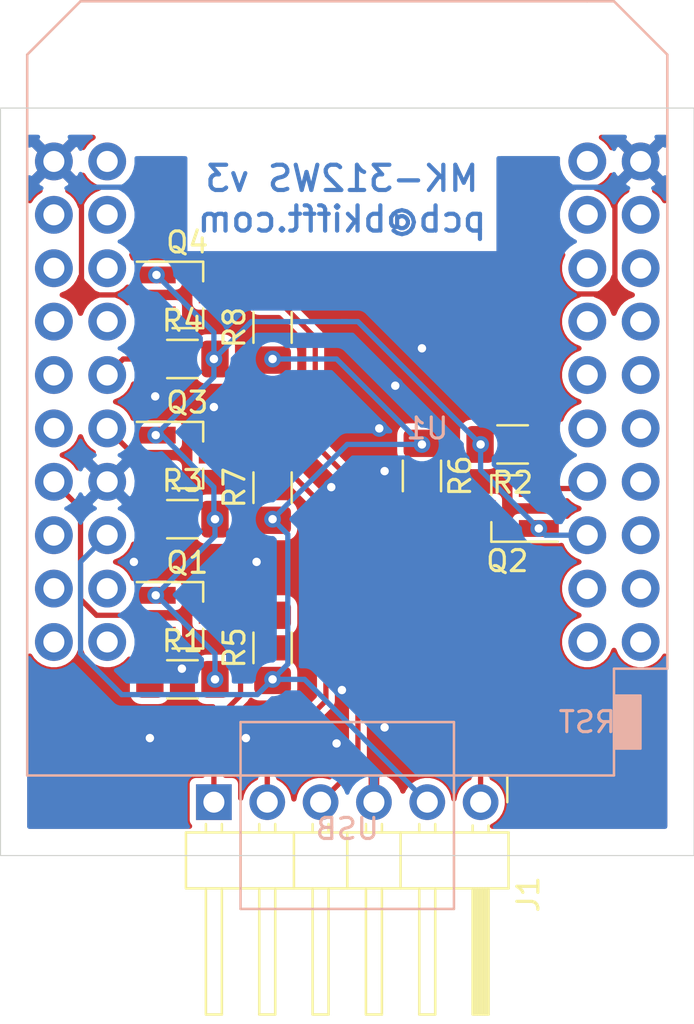
<source format=kicad_pcb>
(kicad_pcb (version 20171130) (host pcbnew "(5.1.7)-1")

  (general
    (thickness 1.6)
    (drawings 5)
    (tracks 124)
    (zones 0)
    (modules 14)
    (nets 43)
  )

  (page A4)
  (layers
    (0 F.Cu signal)
    (31 B.Cu signal)
    (32 B.Adhes user)
    (33 F.Adhes user)
    (34 B.Paste user)
    (35 F.Paste user)
    (36 B.SilkS user hide)
    (37 F.SilkS user hide)
    (38 B.Mask user)
    (39 F.Mask user)
    (40 Dwgs.User user)
    (41 Cmts.User user)
    (42 Eco1.User user)
    (43 Eco2.User user)
    (44 Edge.Cuts user)
    (45 Margin user)
    (46 B.CrtYd user)
    (47 F.CrtYd user)
    (48 B.Fab user hide)
    (49 F.Fab user hide)
  )

  (setup
    (last_trace_width 0.25)
    (trace_clearance 0.2)
    (zone_clearance 0.3)
    (zone_45_only no)
    (trace_min 0.2)
    (via_size 0.8)
    (via_drill 0.4)
    (via_min_size 0.4)
    (via_min_drill 0.2)
    (uvia_size 0.3)
    (uvia_drill 0.1)
    (uvias_allowed no)
    (uvia_min_size 0.2)
    (uvia_min_drill 0.1)
    (edge_width 0.05)
    (segment_width 0.2)
    (pcb_text_width 0.3)
    (pcb_text_size 1.5 1.5)
    (mod_edge_width 0.12)
    (mod_text_size 1 1)
    (mod_text_width 0.15)
    (pad_size 1.7 1.7)
    (pad_drill 1)
    (pad_to_mask_clearance 0)
    (aux_axis_origin 0 0)
    (visible_elements 7FFFFFFF)
    (pcbplotparams
      (layerselection 0x010c0_ffffffff)
      (usegerberextensions true)
      (usegerberattributes false)
      (usegerberadvancedattributes false)
      (creategerberjobfile true)
      (excludeedgelayer true)
      (linewidth 0.150000)
      (plotframeref false)
      (viasonmask false)
      (mode 1)
      (useauxorigin false)
      (hpglpennumber 1)
      (hpglpenspeed 20)
      (hpglpendiameter 15.000000)
      (psnegative false)
      (psa4output false)
      (plotreference false)
      (plotvalue false)
      (plotinvisibletext false)
      (padsonsilk false)
      (subtractmaskfromsilk true)
      (outputformat 1)
      (mirror false)
      (drillshape 0)
      (scaleselection 1)
      (outputdirectory "gerber/"))
  )

  (net 0 "")
  (net 1 GND)
  (net 2 5V)
  (net 3 "Net-(U1-Pad2)")
  (net 4 "Net-(U1-Pad3)")
  (net 5 "Net-(U1-Pad4)")
  (net 6 "Net-(U1-Pad5)")
  (net 7 "Net-(U1-Pad6)")
  (net 8 "Net-(U1-Pad7)")
  (net 9 "Net-(U1-Pad8)")
  (net 10 "Net-(U1-Pad9)")
  (net 11 "Net-(U1-Pad10)")
  (net 12 "Net-(U1-Pad11)")
  (net 13 "Net-(U1-Pad12)")
  (net 14 "Net-(U1-Pad13)")
  (net 15 "Net-(U1-Pad15)")
  (net 16 "Net-(U1-Pad17)")
  (net 17 "Net-(U1-Pad18)")
  (net 18 "Net-(U1-Pad19)")
  (net 19 "Net-(U1-Pad20)")
  (net 20 "Net-(U1-Pad24)")
  (net 21 "Net-(U1-Pad25)")
  (net 22 "Net-(U1-Pad26)")
  (net 23 "Net-(U1-Pad27)")
  (net 24 "Net-(U1-Pad28)")
  (net 25 TXD_3V3)
  (net 26 "Net-(U1-Pad30)")
  (net 27 RXD_3V3)
  (net 28 "Net-(U1-Pad32)")
  (net 29 STATE_3V3)
  (net 30 "Net-(U1-Pad37)")
  (net 31 "Net-(U1-Pad38)")
  (net 32 "Net-(U1-Pad39)")
  (net 33 "Net-(U1-Pad40)")
  (net 34 EN_3V3)
  (net 35 3V3)
  (net 36 STATE_Vout)
  (net 37 RXD_Vout)
  (net 38 TXD_Vout)
  (net 39 EN_Vout)
  (net 40 "Net-(U1-Pad36)")
  (net 41 "Net-(U1-Pad21)")
  (net 42 "Net-(U1-Pad23)")

  (net_class Default "This is the default net class."
    (clearance 0.2)
    (trace_width 0.25)
    (via_dia 0.8)
    (via_drill 0.4)
    (uvia_dia 0.3)
    (uvia_drill 0.1)
    (add_net 3V3)
    (add_net 5V)
    (add_net EN_3V3)
    (add_net EN_Vout)
    (add_net GND)
    (add_net "Net-(U1-Pad10)")
    (add_net "Net-(U1-Pad11)")
    (add_net "Net-(U1-Pad12)")
    (add_net "Net-(U1-Pad13)")
    (add_net "Net-(U1-Pad15)")
    (add_net "Net-(U1-Pad17)")
    (add_net "Net-(U1-Pad18)")
    (add_net "Net-(U1-Pad19)")
    (add_net "Net-(U1-Pad2)")
    (add_net "Net-(U1-Pad20)")
    (add_net "Net-(U1-Pad21)")
    (add_net "Net-(U1-Pad23)")
    (add_net "Net-(U1-Pad24)")
    (add_net "Net-(U1-Pad25)")
    (add_net "Net-(U1-Pad26)")
    (add_net "Net-(U1-Pad27)")
    (add_net "Net-(U1-Pad28)")
    (add_net "Net-(U1-Pad3)")
    (add_net "Net-(U1-Pad30)")
    (add_net "Net-(U1-Pad32)")
    (add_net "Net-(U1-Pad36)")
    (add_net "Net-(U1-Pad37)")
    (add_net "Net-(U1-Pad38)")
    (add_net "Net-(U1-Pad39)")
    (add_net "Net-(U1-Pad4)")
    (add_net "Net-(U1-Pad40)")
    (add_net "Net-(U1-Pad5)")
    (add_net "Net-(U1-Pad6)")
    (add_net "Net-(U1-Pad7)")
    (add_net "Net-(U1-Pad8)")
    (add_net "Net-(U1-Pad9)")
    (add_net RXD_3V3)
    (add_net RXD_Vout)
    (add_net STATE_3V3)
    (add_net STATE_Vout)
    (add_net TXD_3V3)
    (add_net TXD_Vout)
  )

  (module ESP32_mini:ESP32_mini (layer B.Cu) (tedit 610D4498) (tstamp 60FCC07C)
    (at 154.94 71.12 180)
    (path /60F96E24)
    (fp_text reference U1 (at -3.81 -1.27) (layer B.SilkS)
      (effects (font (size 1 1) (thickness 0.15)) (justify mirror))
    )
    (fp_text value mini_esp32 (at 0 1.27) (layer B.Fab)
      (effects (font (size 1 1) (thickness 0.15)) (justify mirror))
    )
    (fp_line (start 13.97 -12.7) (end 11.43 -12.7) (layer Dwgs.User) (width 0.12))
    (fp_line (start 13.97 -13.97) (end 13.97 -12.7) (layer Dwgs.User) (width 0.12))
    (fp_line (start 11.43 -13.97) (end 13.97 -13.97) (layer Dwgs.User) (width 0.12))
    (fp_line (start 11.43 -12.7) (end 11.43 -13.97) (layer Dwgs.User) (width 0.12))
    (fp_line (start 13.97 -15.24) (end 13.97 -16.51) (layer Dwgs.User) (width 0.12))
    (fp_line (start 11.43 -15.24) (end 13.97 -15.24) (layer Dwgs.User) (width 0.12))
    (fp_line (start 11.43 -16.51) (end 11.43 -15.24) (layer Dwgs.User) (width 0.12))
    (fp_line (start 13.97 -16.51) (end 11.43 -16.51) (layer Dwgs.User) (width 0.12))
    (fp_line (start 5.08 -15.24) (end 5.08 -17.78) (layer B.SilkS) (width 0.12))
    (fp_line (start -5.08 -15.24) (end 5.08 -15.24) (layer B.SilkS) (width 0.12))
    (fp_line (start -5.08 -17.78) (end -5.08 -15.24) (layer B.SilkS) (width 0.12))
    (fp_line (start 5.08 -24.13) (end 5.08 -17.78) (layer B.SilkS) (width 0.12))
    (fp_line (start -5.08 -24.13) (end 5.08 -24.13) (layer B.SilkS) (width 0.12))
    (fp_line (start -5.08 -17.78) (end -5.08 -24.13) (layer B.SilkS) (width 0.12))
    (fp_line (start -12.7 -17.78) (end 15.24 -17.78) (layer B.SilkS) (width 0.12))
    (fp_line (start 15.24 16.51) (end 11.43 12.7) (layer Dwgs.User) (width 0.12))
    (fp_line (start 12.7 19.05) (end 6.35 12.7) (layer Dwgs.User) (width 0.12))
    (fp_line (start 8.89 19.05) (end 2.54 12.7) (layer Dwgs.User) (width 0.12))
    (fp_line (start 5.08 19.05) (end -1.27 12.7) (layer Dwgs.User) (width 0.12))
    (fp_line (start 1.27 19.05) (end -5.08 12.7) (layer Dwgs.User) (width 0.12))
    (fp_line (start -2.54 19.05) (end -8.89 12.7) (layer Dwgs.User) (width 0.12))
    (fp_line (start -6.35 19.05) (end -12.7 12.7) (layer Dwgs.User) (width 0.12))
    (fp_line (start -10.16 19.05) (end -15.24 13.97) (layer Dwgs.User) (width 0.12))
    (fp_line (start -15.24 19.05) (end -15.24 12.7) (layer Dwgs.User) (width 0.12))
    (fp_line (start 15.24 19.05) (end -15.24 19.05) (layer Dwgs.User) (width 0.12))
    (fp_line (start 15.24 12.7) (end 15.24 19.05) (layer Dwgs.User) (width 0.12))
    (fp_line (start -15.24 12.7) (end 15.24 12.7) (layer Dwgs.User) (width 0.12))
    (fp_poly (pts (xy -13.97 -16.51) (xy -13.97 -13.97) (xy -12.7 -13.97) (xy -12.7 -16.51)) (layer B.SilkS) (width 0.1))
    (fp_line (start -15.24 -12.7) (end -12.7 -12.7) (layer B.SilkS) (width 0.12))
    (fp_line (start -15.24 16.51) (end -15.24 -12.7) (layer B.SilkS) (width 0.12))
    (fp_line (start 15.24 16.51) (end 15.24 -17.78) (layer B.SilkS) (width 0.12))
    (fp_line (start -12.7 19.05) (end -11.43 19.05) (layer B.SilkS) (width 0.12))
    (fp_line (start -12.7 19.05) (end -15.24 16.51) (layer B.SilkS) (width 0.12))
    (fp_line (start 12.7 19.05) (end 15.24 16.51) (layer B.SilkS) (width 0.12))
    (fp_line (start 12.7 19.05) (end -11.43 19.05) (layer B.SilkS) (width 0.12))
    (fp_line (start -12.7 -12.7) (end -12.7 -17.78) (layer B.SilkS) (width 0.12))
    (fp_text user RST (at -11.43 -15.24) (layer B.SilkS)
      (effects (font (size 1 1) (thickness 0.15)) (justify mirror))
    )
    (fp_text user "NO COPPER - KEEP OUT" (at 0 15.24) (layer Dwgs.User)
      (effects (font (size 1 1) (thickness 0.15)))
    )
    (fp_text user USB (at 0 -20.32) (layer B.SilkS)
      (effects (font (size 1 1) (thickness 0.15)) (justify mirror))
    )
    (fp_text user PWR (at 12.573 -15.875) (layer Dwgs.User)
      (effects (font (size 0.5 0.5) (thickness 0.125)))
    )
    (fp_text user IO_02 (at 12.7 -13.335) (layer Dwgs.User)
      (effects (font (size 0.5 0.5) (thickness 0.125)))
    )
    (pad 2 thru_hole circle (at -11.43 11.43 270) (size 1.8 1.8) (drill 1) (layers *.Cu *.Mask)
      (net 3 "Net-(U1-Pad2)"))
    (pad 1 thru_hole circle (at -13.97 11.43 270) (size 1.8 1.8) (drill 1) (layers *.Cu *.Mask)
      (net 1 GND))
    (pad 3 thru_hole circle (at -13.97 8.89 270) (size 1.8 1.8) (drill 1) (layers *.Cu *.Mask)
      (net 4 "Net-(U1-Pad3)"))
    (pad 4 thru_hole circle (at -11.43 8.89 270) (size 1.8 1.8) (drill 1) (layers *.Cu *.Mask)
      (net 5 "Net-(U1-Pad4)"))
    (pad 5 thru_hole circle (at -13.97 6.35 270) (size 1.8 1.8) (drill 1) (layers *.Cu *.Mask)
      (net 6 "Net-(U1-Pad5)"))
    (pad 6 thru_hole circle (at -11.43 6.35 270) (size 1.8 1.8) (drill 1) (layers *.Cu *.Mask)
      (net 7 "Net-(U1-Pad6)"))
    (pad 7 thru_hole circle (at -13.97 3.81 270) (size 1.8 1.8) (drill 1) (layers *.Cu *.Mask)
      (net 8 "Net-(U1-Pad7)"))
    (pad 8 thru_hole circle (at -11.43 3.81 270) (size 1.8 1.8) (drill 1) (layers *.Cu *.Mask)
      (net 9 "Net-(U1-Pad8)"))
    (pad 9 thru_hole circle (at -13.97 1.27 270) (size 1.8 1.8) (drill 1) (layers *.Cu *.Mask)
      (net 10 "Net-(U1-Pad9)"))
    (pad 10 thru_hole circle (at -11.43 1.27 270) (size 1.8 1.8) (drill 1) (layers *.Cu *.Mask)
      (net 11 "Net-(U1-Pad10)"))
    (pad 11 thru_hole circle (at -13.97 -1.27 270) (size 1.8 1.8) (drill 1) (layers *.Cu *.Mask)
      (net 12 "Net-(U1-Pad11)"))
    (pad 12 thru_hole circle (at -11.43 -1.27 270) (size 1.8 1.8) (drill 1) (layers *.Cu *.Mask)
      (net 13 "Net-(U1-Pad12)"))
    (pad 13 thru_hole circle (at -13.97 -3.81 270) (size 1.8 1.8) (drill 1) (layers *.Cu *.Mask)
      (net 14 "Net-(U1-Pad13)"))
    (pad 14 thru_hole circle (at -11.43 -3.81 270) (size 1.8 1.8) (drill 1) (layers *.Cu *.Mask)
      (net 34 EN_3V3))
    (pad 15 thru_hole circle (at -13.97 -6.35 270) (size 1.8 1.8) (drill 1) (layers *.Cu *.Mask)
      (net 15 "Net-(U1-Pad15)"))
    (pad 16 thru_hole circle (at -11.43 -6.35 270) (size 1.8 1.8) (drill 1) (layers *.Cu *.Mask)
      (net 35 3V3))
    (pad 17 thru_hole circle (at -13.97 -8.89 270) (size 1.8 1.8) (drill 1) (layers *.Cu *.Mask)
      (net 16 "Net-(U1-Pad17)"))
    (pad 18 thru_hole circle (at -11.43 -8.89 270) (size 1.8 1.8) (drill 1) (layers *.Cu *.Mask)
      (net 17 "Net-(U1-Pad18)"))
    (pad 19 thru_hole circle (at -13.97 -11.43 270) (size 1.8 1.8) (drill 1) (layers *.Cu *.Mask)
      (net 18 "Net-(U1-Pad19)"))
    (pad 20 thru_hole circle (at -11.43 -11.43 270) (size 1.8 1.8) (drill 1) (layers *.Cu *.Mask)
      (net 19 "Net-(U1-Pad20)"))
    (pad 21 thru_hole circle (at 11.43 11.43 270) (size 1.8 1.8) (drill 1) (layers *.Cu *.Mask)
      (net 41 "Net-(U1-Pad21)"))
    (pad 22 thru_hole circle (at 13.97 11.43 270) (size 1.8 1.8) (drill 1) (layers *.Cu *.Mask)
      (net 1 GND))
    (pad 23 thru_hole circle (at 11.43 8.89 270) (size 1.8 1.8) (drill 1) (layers *.Cu *.Mask)
      (net 42 "Net-(U1-Pad23)"))
    (pad 24 thru_hole circle (at 13.97 8.89 270) (size 1.8 1.8) (drill 1) (layers *.Cu *.Mask)
      (net 20 "Net-(U1-Pad24)"))
    (pad 25 thru_hole circle (at 11.43 6.35 270) (size 1.8 1.8) (drill 1) (layers *.Cu *.Mask)
      (net 21 "Net-(U1-Pad25)"))
    (pad 26 thru_hole circle (at 13.97 6.35 270) (size 1.8 1.8) (drill 1) (layers *.Cu *.Mask)
      (net 22 "Net-(U1-Pad26)"))
    (pad 27 thru_hole circle (at 11.43 3.81 270) (size 1.8 1.8) (drill 1) (layers *.Cu *.Mask)
      (net 23 "Net-(U1-Pad27)"))
    (pad 28 thru_hole circle (at 13.97 3.81 270) (size 1.8 1.8) (drill 1) (layers *.Cu *.Mask)
      (net 24 "Net-(U1-Pad28)"))
    (pad 29 thru_hole circle (at 11.43 1.27 270) (size 1.8 1.8) (drill 1) (layers *.Cu *.Mask)
      (net 25 TXD_3V3))
    (pad 30 thru_hole circle (at 13.97 1.27 270) (size 1.8 1.8) (drill 1) (layers *.Cu *.Mask)
      (net 26 "Net-(U1-Pad30)"))
    (pad 31 thru_hole circle (at 11.43 -1.27 270) (size 1.8 1.8) (drill 1) (layers *.Cu *.Mask)
      (net 27 RXD_3V3))
    (pad 32 thru_hole circle (at 13.97 -1.27 270) (size 1.8 1.8) (drill 1) (layers *.Cu *.Mask)
      (net 28 "Net-(U1-Pad32)"))
    (pad 33 thru_hole circle (at 11.43 -3.81 270) (size 1.8 1.8) (drill 1) (layers *.Cu *.Mask)
      (net 1 GND))
    (pad 34 thru_hole circle (at 13.97 -3.81 270) (size 1.8 1.8) (drill 1) (layers *.Cu *.Mask)
      (net 29 STATE_3V3))
    (pad 35 thru_hole circle (at 11.43 -6.35 270) (size 1.8 1.8) (drill 1) (layers *.Cu *.Mask)
      (net 2 5V))
    (pad 36 thru_hole circle (at 13.97 -6.35 270) (size 1.8 1.8) (drill 1) (layers *.Cu *.Mask)
      (net 40 "Net-(U1-Pad36)"))
    (pad 37 thru_hole circle (at 11.43 -8.89 270) (size 1.8 1.8) (drill 1) (layers *.Cu *.Mask)
      (net 30 "Net-(U1-Pad37)"))
    (pad 38 thru_hole circle (at 13.97 -8.89 270) (size 1.8 1.8) (drill 1) (layers *.Cu *.Mask)
      (net 31 "Net-(U1-Pad38)"))
    (pad 39 thru_hole circle (at 11.43 -11.43 270) (size 1.8 1.8) (drill 1) (layers *.Cu *.Mask)
      (net 32 "Net-(U1-Pad39)"))
    (pad 40 thru_hole circle (at 13.97 -11.43 270) (size 1.8 1.8) (drill 1) (layers *.Cu *.Mask)
      (net 33 "Net-(U1-Pad40)"))
  )

  (module Resistor_SMD:R_1206_3216Metric_Pad1.30x1.75mm_HandSolder (layer F.Cu) (tedit 5F68FEEE) (tstamp 60FA541D)
    (at 151.384 67.59 90)
    (descr "Resistor SMD 1206 (3216 Metric), square (rectangular) end terminal, IPC_7351 nominal with elongated pad for handsoldering. (Body size source: IPC-SM-782 page 72, https://www.pcb-3d.com/wordpress/wp-content/uploads/ipc-sm-782a_amendment_1_and_2.pdf), generated with kicad-footprint-generator")
    (tags "resistor handsolder")
    (path /60FBC6F4)
    (attr smd)
    (fp_text reference R8 (at 0 -1.82 90) (layer F.SilkS)
      (effects (font (size 1 1) (thickness 0.15)))
    )
    (fp_text value 10K (at 0 1.82 90) (layer F.Fab)
      (effects (font (size 1 1) (thickness 0.15)))
    )
    (fp_line (start -1.6 0.8) (end -1.6 -0.8) (layer F.Fab) (width 0.1))
    (fp_line (start -1.6 -0.8) (end 1.6 -0.8) (layer F.Fab) (width 0.1))
    (fp_line (start 1.6 -0.8) (end 1.6 0.8) (layer F.Fab) (width 0.1))
    (fp_line (start 1.6 0.8) (end -1.6 0.8) (layer F.Fab) (width 0.1))
    (fp_line (start -0.727064 -0.91) (end 0.727064 -0.91) (layer F.SilkS) (width 0.12))
    (fp_line (start -0.727064 0.91) (end 0.727064 0.91) (layer F.SilkS) (width 0.12))
    (fp_line (start -2.45 1.12) (end -2.45 -1.12) (layer F.CrtYd) (width 0.05))
    (fp_line (start -2.45 -1.12) (end 2.45 -1.12) (layer F.CrtYd) (width 0.05))
    (fp_line (start 2.45 -1.12) (end 2.45 1.12) (layer F.CrtYd) (width 0.05))
    (fp_line (start 2.45 1.12) (end -2.45 1.12) (layer F.CrtYd) (width 0.05))
    (fp_text user %R (at 0 0 90) (layer F.Fab)
      (effects (font (size 0.8 0.8) (thickness 0.12)))
    )
    (pad 2 smd roundrect (at 1.55 0 90) (size 1.3 1.75) (layers F.Cu F.Paste F.Mask) (roundrect_rratio 0.192308)
      (net 38 TXD_Vout))
    (pad 1 smd roundrect (at -1.55 0 90) (size 1.3 1.75) (layers F.Cu F.Paste F.Mask) (roundrect_rratio 0.192308)
      (net 2 5V))
    (model ${KISYS3DMOD}/Resistor_SMD.3dshapes/R_1206_3216Metric.wrl
      (at (xyz 0 0 0))
      (scale (xyz 1 1 1))
      (rotate (xyz 0 0 0))
    )
  )

  (module Resistor_SMD:R_1206_3216Metric_Pad1.30x1.75mm_HandSolder (layer F.Cu) (tedit 5F68FEEE) (tstamp 60FA540C)
    (at 151.384 75.21 90)
    (descr "Resistor SMD 1206 (3216 Metric), square (rectangular) end terminal, IPC_7351 nominal with elongated pad for handsoldering. (Body size source: IPC-SM-782 page 72, https://www.pcb-3d.com/wordpress/wp-content/uploads/ipc-sm-782a_amendment_1_and_2.pdf), generated with kicad-footprint-generator")
    (tags "resistor handsolder")
    (path /60FB6FA9)
    (attr smd)
    (fp_text reference R7 (at 0 -1.82 90) (layer F.SilkS)
      (effects (font (size 1 1) (thickness 0.15)))
    )
    (fp_text value 10K (at 0 1.82 90) (layer F.Fab)
      (effects (font (size 1 1) (thickness 0.15)))
    )
    (fp_line (start -1.6 0.8) (end -1.6 -0.8) (layer F.Fab) (width 0.1))
    (fp_line (start -1.6 -0.8) (end 1.6 -0.8) (layer F.Fab) (width 0.1))
    (fp_line (start 1.6 -0.8) (end 1.6 0.8) (layer F.Fab) (width 0.1))
    (fp_line (start 1.6 0.8) (end -1.6 0.8) (layer F.Fab) (width 0.1))
    (fp_line (start -0.727064 -0.91) (end 0.727064 -0.91) (layer F.SilkS) (width 0.12))
    (fp_line (start -0.727064 0.91) (end 0.727064 0.91) (layer F.SilkS) (width 0.12))
    (fp_line (start -2.45 1.12) (end -2.45 -1.12) (layer F.CrtYd) (width 0.05))
    (fp_line (start -2.45 -1.12) (end 2.45 -1.12) (layer F.CrtYd) (width 0.05))
    (fp_line (start 2.45 -1.12) (end 2.45 1.12) (layer F.CrtYd) (width 0.05))
    (fp_line (start 2.45 1.12) (end -2.45 1.12) (layer F.CrtYd) (width 0.05))
    (fp_text user %R (at 0 0 90) (layer F.Fab)
      (effects (font (size 0.8 0.8) (thickness 0.12)))
    )
    (pad 2 smd roundrect (at 1.55 0 90) (size 1.3 1.75) (layers F.Cu F.Paste F.Mask) (roundrect_rratio 0.192308)
      (net 37 RXD_Vout))
    (pad 1 smd roundrect (at -1.55 0 90) (size 1.3 1.75) (layers F.Cu F.Paste F.Mask) (roundrect_rratio 0.192308)
      (net 2 5V))
    (model ${KISYS3DMOD}/Resistor_SMD.3dshapes/R_1206_3216Metric.wrl
      (at (xyz 0 0 0))
      (scale (xyz 1 1 1))
      (rotate (xyz 0 0 0))
    )
  )

  (module Resistor_SMD:R_1206_3216Metric_Pad1.30x1.75mm_HandSolder (layer F.Cu) (tedit 5F68FEEE) (tstamp 60FA0E47)
    (at 158.496 74.65 270)
    (descr "Resistor SMD 1206 (3216 Metric), square (rectangular) end terminal, IPC_7351 nominal with elongated pad for handsoldering. (Body size source: IPC-SM-782 page 72, https://www.pcb-3d.com/wordpress/wp-content/uploads/ipc-sm-782a_amendment_1_and_2.pdf), generated with kicad-footprint-generator")
    (tags "resistor handsolder")
    (path /60FAFE00)
    (attr smd)
    (fp_text reference R6 (at 0 -1.82 90) (layer F.SilkS)
      (effects (font (size 1 1) (thickness 0.15)))
    )
    (fp_text value 10K (at 0 1.82 90) (layer F.Fab)
      (effects (font (size 1 1) (thickness 0.15)))
    )
    (fp_line (start -1.6 0.8) (end -1.6 -0.8) (layer F.Fab) (width 0.1))
    (fp_line (start -1.6 -0.8) (end 1.6 -0.8) (layer F.Fab) (width 0.1))
    (fp_line (start 1.6 -0.8) (end 1.6 0.8) (layer F.Fab) (width 0.1))
    (fp_line (start 1.6 0.8) (end -1.6 0.8) (layer F.Fab) (width 0.1))
    (fp_line (start -0.727064 -0.91) (end 0.727064 -0.91) (layer F.SilkS) (width 0.12))
    (fp_line (start -0.727064 0.91) (end 0.727064 0.91) (layer F.SilkS) (width 0.12))
    (fp_line (start -2.45 1.12) (end -2.45 -1.12) (layer F.CrtYd) (width 0.05))
    (fp_line (start -2.45 -1.12) (end 2.45 -1.12) (layer F.CrtYd) (width 0.05))
    (fp_line (start 2.45 -1.12) (end 2.45 1.12) (layer F.CrtYd) (width 0.05))
    (fp_line (start 2.45 1.12) (end -2.45 1.12) (layer F.CrtYd) (width 0.05))
    (fp_text user %R (at 0 0 90) (layer F.Fab)
      (effects (font (size 0.8 0.8) (thickness 0.12)))
    )
    (pad 2 smd roundrect (at 1.55 0 270) (size 1.3 1.75) (layers F.Cu F.Paste F.Mask) (roundrect_rratio 0.192308)
      (net 39 EN_Vout))
    (pad 1 smd roundrect (at -1.55 0 270) (size 1.3 1.75) (layers F.Cu F.Paste F.Mask) (roundrect_rratio 0.192308)
      (net 2 5V))
    (model ${KISYS3DMOD}/Resistor_SMD.3dshapes/R_1206_3216Metric.wrl
      (at (xyz 0 0 0))
      (scale (xyz 1 1 1))
      (rotate (xyz 0 0 0))
    )
  )

  (module Resistor_SMD:R_1206_3216Metric_Pad1.30x1.75mm_HandSolder (layer F.Cu) (tedit 5F68FEEE) (tstamp 60FA6859)
    (at 151.384 82.83 90)
    (descr "Resistor SMD 1206 (3216 Metric), square (rectangular) end terminal, IPC_7351 nominal with elongated pad for handsoldering. (Body size source: IPC-SM-782 page 72, https://www.pcb-3d.com/wordpress/wp-content/uploads/ipc-sm-782a_amendment_1_and_2.pdf), generated with kicad-footprint-generator")
    (tags "resistor handsolder")
    (path /60FA212D)
    (attr smd)
    (fp_text reference R5 (at 0 -1.82 90) (layer F.SilkS)
      (effects (font (size 1 1) (thickness 0.15)))
    )
    (fp_text value 10K (at 0 1.82 90) (layer F.Fab)
      (effects (font (size 1 1) (thickness 0.15)))
    )
    (fp_line (start -1.6 0.8) (end -1.6 -0.8) (layer F.Fab) (width 0.1))
    (fp_line (start -1.6 -0.8) (end 1.6 -0.8) (layer F.Fab) (width 0.1))
    (fp_line (start 1.6 -0.8) (end 1.6 0.8) (layer F.Fab) (width 0.1))
    (fp_line (start 1.6 0.8) (end -1.6 0.8) (layer F.Fab) (width 0.1))
    (fp_line (start -0.727064 -0.91) (end 0.727064 -0.91) (layer F.SilkS) (width 0.12))
    (fp_line (start -0.727064 0.91) (end 0.727064 0.91) (layer F.SilkS) (width 0.12))
    (fp_line (start -2.45 1.12) (end -2.45 -1.12) (layer F.CrtYd) (width 0.05))
    (fp_line (start -2.45 -1.12) (end 2.45 -1.12) (layer F.CrtYd) (width 0.05))
    (fp_line (start 2.45 -1.12) (end 2.45 1.12) (layer F.CrtYd) (width 0.05))
    (fp_line (start 2.45 1.12) (end -2.45 1.12) (layer F.CrtYd) (width 0.05))
    (fp_text user %R (at 0 0 90) (layer F.Fab)
      (effects (font (size 0.8 0.8) (thickness 0.12)))
    )
    (pad 2 smd roundrect (at 1.55 0 90) (size 1.3 1.75) (layers F.Cu F.Paste F.Mask) (roundrect_rratio 0.192308)
      (net 36 STATE_Vout))
    (pad 1 smd roundrect (at -1.55 0 90) (size 1.3 1.75) (layers F.Cu F.Paste F.Mask) (roundrect_rratio 0.192308)
      (net 2 5V))
    (model ${KISYS3DMOD}/Resistor_SMD.3dshapes/R_1206_3216Metric.wrl
      (at (xyz 0 0 0))
      (scale (xyz 1 1 1))
      (rotate (xyz 0 0 0))
    )
  )

  (module Resistor_SMD:R_1206_3216Metric_Pad1.30x1.75mm_HandSolder (layer F.Cu) (tedit 5F68FEEE) (tstamp 60FA53D9)
    (at 147.092 69.088)
    (descr "Resistor SMD 1206 (3216 Metric), square (rectangular) end terminal, IPC_7351 nominal with elongated pad for handsoldering. (Body size source: IPC-SM-782 page 72, https://www.pcb-3d.com/wordpress/wp-content/uploads/ipc-sm-782a_amendment_1_and_2.pdf), generated with kicad-footprint-generator")
    (tags "resistor handsolder")
    (path /60FBC6E9)
    (attr smd)
    (fp_text reference R4 (at 0 -1.82) (layer F.SilkS)
      (effects (font (size 1 1) (thickness 0.15)))
    )
    (fp_text value 10K (at 0 1.82) (layer F.Fab)
      (effects (font (size 1 1) (thickness 0.15)))
    )
    (fp_line (start -1.6 0.8) (end -1.6 -0.8) (layer F.Fab) (width 0.1))
    (fp_line (start -1.6 -0.8) (end 1.6 -0.8) (layer F.Fab) (width 0.1))
    (fp_line (start 1.6 -0.8) (end 1.6 0.8) (layer F.Fab) (width 0.1))
    (fp_line (start 1.6 0.8) (end -1.6 0.8) (layer F.Fab) (width 0.1))
    (fp_line (start -0.727064 -0.91) (end 0.727064 -0.91) (layer F.SilkS) (width 0.12))
    (fp_line (start -0.727064 0.91) (end 0.727064 0.91) (layer F.SilkS) (width 0.12))
    (fp_line (start -2.45 1.12) (end -2.45 -1.12) (layer F.CrtYd) (width 0.05))
    (fp_line (start -2.45 -1.12) (end 2.45 -1.12) (layer F.CrtYd) (width 0.05))
    (fp_line (start 2.45 -1.12) (end 2.45 1.12) (layer F.CrtYd) (width 0.05))
    (fp_line (start 2.45 1.12) (end -2.45 1.12) (layer F.CrtYd) (width 0.05))
    (fp_text user %R (at 0 0) (layer F.Fab)
      (effects (font (size 0.8 0.8) (thickness 0.12)))
    )
    (pad 2 smd roundrect (at 1.55 0) (size 1.3 1.75) (layers F.Cu F.Paste F.Mask) (roundrect_rratio 0.192308)
      (net 35 3V3))
    (pad 1 smd roundrect (at -1.55 0) (size 1.3 1.75) (layers F.Cu F.Paste F.Mask) (roundrect_rratio 0.192308)
      (net 25 TXD_3V3))
    (model ${KISYS3DMOD}/Resistor_SMD.3dshapes/R_1206_3216Metric.wrl
      (at (xyz 0 0 0))
      (scale (xyz 1 1 1))
      (rotate (xyz 0 0 0))
    )
  )

  (module Resistor_SMD:R_1206_3216Metric_Pad1.30x1.75mm_HandSolder (layer F.Cu) (tedit 5F68FEEE) (tstamp 60FC3950)
    (at 147.092 76.708)
    (descr "Resistor SMD 1206 (3216 Metric), square (rectangular) end terminal, IPC_7351 nominal with elongated pad for handsoldering. (Body size source: IPC-SM-782 page 72, https://www.pcb-3d.com/wordpress/wp-content/uploads/ipc-sm-782a_amendment_1_and_2.pdf), generated with kicad-footprint-generator")
    (tags "resistor handsolder")
    (path /60FB6F9E)
    (attr smd)
    (fp_text reference R3 (at 0 -1.82) (layer F.SilkS)
      (effects (font (size 1 1) (thickness 0.15)))
    )
    (fp_text value 10K (at 0 1.82) (layer F.Fab)
      (effects (font (size 1 1) (thickness 0.15)))
    )
    (fp_line (start -1.6 0.8) (end -1.6 -0.8) (layer F.Fab) (width 0.1))
    (fp_line (start -1.6 -0.8) (end 1.6 -0.8) (layer F.Fab) (width 0.1))
    (fp_line (start 1.6 -0.8) (end 1.6 0.8) (layer F.Fab) (width 0.1))
    (fp_line (start 1.6 0.8) (end -1.6 0.8) (layer F.Fab) (width 0.1))
    (fp_line (start -0.727064 -0.91) (end 0.727064 -0.91) (layer F.SilkS) (width 0.12))
    (fp_line (start -0.727064 0.91) (end 0.727064 0.91) (layer F.SilkS) (width 0.12))
    (fp_line (start -2.45 1.12) (end -2.45 -1.12) (layer F.CrtYd) (width 0.05))
    (fp_line (start -2.45 -1.12) (end 2.45 -1.12) (layer F.CrtYd) (width 0.05))
    (fp_line (start 2.45 -1.12) (end 2.45 1.12) (layer F.CrtYd) (width 0.05))
    (fp_line (start 2.45 1.12) (end -2.45 1.12) (layer F.CrtYd) (width 0.05))
    (fp_text user %R (at 0 0) (layer F.Fab)
      (effects (font (size 0.8 0.8) (thickness 0.12)))
    )
    (pad 2 smd roundrect (at 1.55 0) (size 1.3 1.75) (layers F.Cu F.Paste F.Mask) (roundrect_rratio 0.192308)
      (net 35 3V3))
    (pad 1 smd roundrect (at -1.55 0) (size 1.3 1.75) (layers F.Cu F.Paste F.Mask) (roundrect_rratio 0.192308)
      (net 27 RXD_3V3))
    (model ${KISYS3DMOD}/Resistor_SMD.3dshapes/R_1206_3216Metric.wrl
      (at (xyz 0 0 0))
      (scale (xyz 1 1 1))
      (rotate (xyz 0 0 0))
    )
  )

  (module Resistor_SMD:R_1206_3216Metric_Pad1.30x1.75mm_HandSolder (layer F.Cu) (tedit 5F68FEEE) (tstamp 60FA53B7)
    (at 162.814 73.152 180)
    (descr "Resistor SMD 1206 (3216 Metric), square (rectangular) end terminal, IPC_7351 nominal with elongated pad for handsoldering. (Body size source: IPC-SM-782 page 72, https://www.pcb-3d.com/wordpress/wp-content/uploads/ipc-sm-782a_amendment_1_and_2.pdf), generated with kicad-footprint-generator")
    (tags "resistor handsolder")
    (path /60FAFDF5)
    (attr smd)
    (fp_text reference R2 (at 0 -1.82) (layer F.SilkS)
      (effects (font (size 1 1) (thickness 0.15)))
    )
    (fp_text value 10K (at 0 1.82) (layer F.Fab)
      (effects (font (size 1 1) (thickness 0.15)))
    )
    (fp_line (start -1.6 0.8) (end -1.6 -0.8) (layer F.Fab) (width 0.1))
    (fp_line (start -1.6 -0.8) (end 1.6 -0.8) (layer F.Fab) (width 0.1))
    (fp_line (start 1.6 -0.8) (end 1.6 0.8) (layer F.Fab) (width 0.1))
    (fp_line (start 1.6 0.8) (end -1.6 0.8) (layer F.Fab) (width 0.1))
    (fp_line (start -0.727064 -0.91) (end 0.727064 -0.91) (layer F.SilkS) (width 0.12))
    (fp_line (start -0.727064 0.91) (end 0.727064 0.91) (layer F.SilkS) (width 0.12))
    (fp_line (start -2.45 1.12) (end -2.45 -1.12) (layer F.CrtYd) (width 0.05))
    (fp_line (start -2.45 -1.12) (end 2.45 -1.12) (layer F.CrtYd) (width 0.05))
    (fp_line (start 2.45 -1.12) (end 2.45 1.12) (layer F.CrtYd) (width 0.05))
    (fp_line (start 2.45 1.12) (end -2.45 1.12) (layer F.CrtYd) (width 0.05))
    (fp_text user %R (at 0 0) (layer F.Fab)
      (effects (font (size 0.8 0.8) (thickness 0.12)))
    )
    (pad 2 smd roundrect (at 1.55 0 180) (size 1.3 1.75) (layers F.Cu F.Paste F.Mask) (roundrect_rratio 0.192308)
      (net 35 3V3))
    (pad 1 smd roundrect (at -1.55 0 180) (size 1.3 1.75) (layers F.Cu F.Paste F.Mask) (roundrect_rratio 0.192308)
      (net 34 EN_3V3))
    (model ${KISYS3DMOD}/Resistor_SMD.3dshapes/R_1206_3216Metric.wrl
      (at (xyz 0 0 0))
      (scale (xyz 1 1 1))
      (rotate (xyz 0 0 0))
    )
  )

  (module Resistor_SMD:R_1206_3216Metric_Pad1.30x1.75mm_HandSolder (layer F.Cu) (tedit 5F68FEEE) (tstamp 60FA53A6)
    (at 147.092 84.328)
    (descr "Resistor SMD 1206 (3216 Metric), square (rectangular) end terminal, IPC_7351 nominal with elongated pad for handsoldering. (Body size source: IPC-SM-782 page 72, https://www.pcb-3d.com/wordpress/wp-content/uploads/ipc-sm-782a_amendment_1_and_2.pdf), generated with kicad-footprint-generator")
    (tags "resistor handsolder")
    (path /60F9FDF5)
    (attr smd)
    (fp_text reference R1 (at 0 -1.82) (layer F.SilkS)
      (effects (font (size 1 1) (thickness 0.15)))
    )
    (fp_text value 10K (at 0 1.82) (layer F.Fab)
      (effects (font (size 1 1) (thickness 0.15)))
    )
    (fp_line (start -1.6 0.8) (end -1.6 -0.8) (layer F.Fab) (width 0.1))
    (fp_line (start -1.6 -0.8) (end 1.6 -0.8) (layer F.Fab) (width 0.1))
    (fp_line (start 1.6 -0.8) (end 1.6 0.8) (layer F.Fab) (width 0.1))
    (fp_line (start 1.6 0.8) (end -1.6 0.8) (layer F.Fab) (width 0.1))
    (fp_line (start -0.727064 -0.91) (end 0.727064 -0.91) (layer F.SilkS) (width 0.12))
    (fp_line (start -0.727064 0.91) (end 0.727064 0.91) (layer F.SilkS) (width 0.12))
    (fp_line (start -2.45 1.12) (end -2.45 -1.12) (layer F.CrtYd) (width 0.05))
    (fp_line (start -2.45 -1.12) (end 2.45 -1.12) (layer F.CrtYd) (width 0.05))
    (fp_line (start 2.45 -1.12) (end 2.45 1.12) (layer F.CrtYd) (width 0.05))
    (fp_line (start 2.45 1.12) (end -2.45 1.12) (layer F.CrtYd) (width 0.05))
    (fp_text user %R (at 0 0) (layer F.Fab)
      (effects (font (size 0.8 0.8) (thickness 0.12)))
    )
    (pad 2 smd roundrect (at 1.55 0) (size 1.3 1.75) (layers F.Cu F.Paste F.Mask) (roundrect_rratio 0.192308)
      (net 35 3V3))
    (pad 1 smd roundrect (at -1.55 0) (size 1.3 1.75) (layers F.Cu F.Paste F.Mask) (roundrect_rratio 0.192308)
      (net 29 STATE_3V3))
    (model ${KISYS3DMOD}/Resistor_SMD.3dshapes/R_1206_3216Metric.wrl
      (at (xyz 0 0 0))
      (scale (xyz 1 1 1))
      (rotate (xyz 0 0 0))
    )
  )

  (module Package_TO_SOT_SMD:SOT-23_Handsoldering (layer F.Cu) (tedit 5A0AB76C) (tstamp 60FA4116)
    (at 147.32 66.04)
    (descr "SOT-23, Handsoldering")
    (tags SOT-23)
    (path /60FBC359)
    (attr smd)
    (fp_text reference Q4 (at 0 -2.5) (layer F.SilkS)
      (effects (font (size 1 1) (thickness 0.15)))
    )
    (fp_text value BSS138 (at 3.58 0.066 90) (layer F.Fab)
      (effects (font (size 1 1) (thickness 0.15)))
    )
    (fp_line (start 0.76 1.58) (end 0.76 0.65) (layer F.SilkS) (width 0.12))
    (fp_line (start 0.76 -1.58) (end 0.76 -0.65) (layer F.SilkS) (width 0.12))
    (fp_line (start -2.7 -1.75) (end 2.7 -1.75) (layer F.CrtYd) (width 0.05))
    (fp_line (start 2.7 -1.75) (end 2.7 1.75) (layer F.CrtYd) (width 0.05))
    (fp_line (start 2.7 1.75) (end -2.7 1.75) (layer F.CrtYd) (width 0.05))
    (fp_line (start -2.7 1.75) (end -2.7 -1.75) (layer F.CrtYd) (width 0.05))
    (fp_line (start 0.76 -1.58) (end -2.4 -1.58) (layer F.SilkS) (width 0.12))
    (fp_line (start -0.7 -0.95) (end -0.7 1.5) (layer F.Fab) (width 0.1))
    (fp_line (start -0.15 -1.52) (end 0.7 -1.52) (layer F.Fab) (width 0.1))
    (fp_line (start -0.7 -0.95) (end -0.15 -1.52) (layer F.Fab) (width 0.1))
    (fp_line (start 0.7 -1.52) (end 0.7 1.52) (layer F.Fab) (width 0.1))
    (fp_line (start -0.7 1.52) (end 0.7 1.52) (layer F.Fab) (width 0.1))
    (fp_line (start 0.76 1.58) (end -0.7 1.58) (layer F.SilkS) (width 0.12))
    (fp_text user %R (at 0 0 90) (layer F.Fab)
      (effects (font (size 0.5 0.5) (thickness 0.075)))
    )
    (pad 3 smd rect (at 1.5 0) (size 1.9 0.8) (layers F.Cu F.Paste F.Mask)
      (net 38 TXD_Vout))
    (pad 2 smd rect (at -1.5 0.95) (size 1.9 0.8) (layers F.Cu F.Paste F.Mask)
      (net 25 TXD_3V3))
    (pad 1 smd rect (at -1.5 -0.95) (size 1.9 0.8) (layers F.Cu F.Paste F.Mask)
      (net 35 3V3))
    (model ${KISYS3DMOD}/Package_TO_SOT_SMD.3dshapes/SOT-23.wrl
      (at (xyz 0 0 0))
      (scale (xyz 1 1 1))
      (rotate (xyz 0 0 0))
    )
  )

  (module Package_TO_SOT_SMD:SOT-23_Handsoldering (layer F.Cu) (tedit 5A0AB76C) (tstamp 60F9C1F7)
    (at 147.32 73.66)
    (descr "SOT-23, Handsoldering")
    (tags SOT-23)
    (path /60FB6CD6)
    (attr smd)
    (fp_text reference Q3 (at 0 -2.5) (layer F.SilkS)
      (effects (font (size 1 1) (thickness 0.15)))
    )
    (fp_text value BSS138 (at 0 2.5) (layer F.Fab)
      (effects (font (size 1 1) (thickness 0.15)))
    )
    (fp_line (start 0.76 1.58) (end 0.76 0.65) (layer F.SilkS) (width 0.12))
    (fp_line (start 0.76 -1.58) (end 0.76 -0.65) (layer F.SilkS) (width 0.12))
    (fp_line (start -2.7 -1.75) (end 2.7 -1.75) (layer F.CrtYd) (width 0.05))
    (fp_line (start 2.7 -1.75) (end 2.7 1.75) (layer F.CrtYd) (width 0.05))
    (fp_line (start 2.7 1.75) (end -2.7 1.75) (layer F.CrtYd) (width 0.05))
    (fp_line (start -2.7 1.75) (end -2.7 -1.75) (layer F.CrtYd) (width 0.05))
    (fp_line (start 0.76 -1.58) (end -2.4 -1.58) (layer F.SilkS) (width 0.12))
    (fp_line (start -0.7 -0.95) (end -0.7 1.5) (layer F.Fab) (width 0.1))
    (fp_line (start -0.15 -1.52) (end 0.7 -1.52) (layer F.Fab) (width 0.1))
    (fp_line (start -0.7 -0.95) (end -0.15 -1.52) (layer F.Fab) (width 0.1))
    (fp_line (start 0.7 -1.52) (end 0.7 1.52) (layer F.Fab) (width 0.1))
    (fp_line (start -0.7 1.52) (end 0.7 1.52) (layer F.Fab) (width 0.1))
    (fp_line (start 0.76 1.58) (end -0.7 1.58) (layer F.SilkS) (width 0.12))
    (fp_text user %R (at 0 0 -270) (layer F.Fab)
      (effects (font (size 0.5 0.5) (thickness 0.075)))
    )
    (pad 3 smd rect (at 1.5 0) (size 1.9 0.8) (layers F.Cu F.Paste F.Mask)
      (net 37 RXD_Vout))
    (pad 2 smd rect (at -1.5 0.95) (size 1.9 0.8) (layers F.Cu F.Paste F.Mask)
      (net 27 RXD_3V3))
    (pad 1 smd rect (at -1.5 -0.95) (size 1.9 0.8) (layers F.Cu F.Paste F.Mask)
      (net 35 3V3))
    (model ${KISYS3DMOD}/Package_TO_SOT_SMD.3dshapes/SOT-23.wrl
      (at (xyz 0 0 0))
      (scale (xyz 1 1 1))
      (rotate (xyz 0 0 0))
    )
  )

  (module Package_TO_SOT_SMD:SOT-23_Handsoldering (layer F.Cu) (tedit 5A0AB76C) (tstamp 60FA46D9)
    (at 162.56 76.2 180)
    (descr "SOT-23, Handsoldering")
    (tags SOT-23)
    (path /60FAFBF5)
    (attr smd)
    (fp_text reference Q2 (at 0 -2.5) (layer F.SilkS)
      (effects (font (size 1 1) (thickness 0.15)))
    )
    (fp_text value BSS138 (at 0 2.5) (layer F.Fab)
      (effects (font (size 1 1) (thickness 0.15)))
    )
    (fp_line (start 0.76 1.58) (end 0.76 0.65) (layer F.SilkS) (width 0.12))
    (fp_line (start 0.76 -1.58) (end 0.76 -0.65) (layer F.SilkS) (width 0.12))
    (fp_line (start -2.7 -1.75) (end 2.7 -1.75) (layer F.CrtYd) (width 0.05))
    (fp_line (start 2.7 -1.75) (end 2.7 1.75) (layer F.CrtYd) (width 0.05))
    (fp_line (start 2.7 1.75) (end -2.7 1.75) (layer F.CrtYd) (width 0.05))
    (fp_line (start -2.7 1.75) (end -2.7 -1.75) (layer F.CrtYd) (width 0.05))
    (fp_line (start 0.76 -1.58) (end -2.4 -1.58) (layer F.SilkS) (width 0.12))
    (fp_line (start -0.7 -0.95) (end -0.7 1.5) (layer F.Fab) (width 0.1))
    (fp_line (start -0.15 -1.52) (end 0.7 -1.52) (layer F.Fab) (width 0.1))
    (fp_line (start -0.7 -0.95) (end -0.15 -1.52) (layer F.Fab) (width 0.1))
    (fp_line (start 0.7 -1.52) (end 0.7 1.52) (layer F.Fab) (width 0.1))
    (fp_line (start -0.7 1.52) (end 0.7 1.52) (layer F.Fab) (width 0.1))
    (fp_line (start 0.76 1.58) (end -0.7 1.58) (layer F.SilkS) (width 0.12))
    (fp_text user %R (at 0 0 90) (layer F.Fab)
      (effects (font (size 0.5 0.5) (thickness 0.075)))
    )
    (pad 3 smd rect (at 1.5 0 180) (size 1.9 0.8) (layers F.Cu F.Paste F.Mask)
      (net 39 EN_Vout))
    (pad 2 smd rect (at -1.5 0.95 180) (size 1.9 0.8) (layers F.Cu F.Paste F.Mask)
      (net 34 EN_3V3))
    (pad 1 smd rect (at -1.5 -0.95 180) (size 1.9 0.8) (layers F.Cu F.Paste F.Mask)
      (net 35 3V3))
    (model ${KISYS3DMOD}/Package_TO_SOT_SMD.3dshapes/SOT-23.wrl
      (at (xyz 0 0 0))
      (scale (xyz 1 1 1))
      (rotate (xyz 0 0 0))
    )
  )

  (module Package_TO_SOT_SMD:SOT-23_Handsoldering (layer F.Cu) (tedit 5A0AB76C) (tstamp 60FA40D7)
    (at 147.32 81.28)
    (descr "SOT-23, Handsoldering")
    (tags SOT-23)
    (path /60F9D745)
    (attr smd)
    (fp_text reference Q1 (at 0 -2.5) (layer F.SilkS)
      (effects (font (size 1 1) (thickness 0.15)))
    )
    (fp_text value BSS138 (at 0 2.5) (layer F.Fab)
      (effects (font (size 1 1) (thickness 0.15)))
    )
    (fp_line (start 0.76 1.58) (end 0.76 0.65) (layer F.SilkS) (width 0.12))
    (fp_line (start 0.76 -1.58) (end 0.76 -0.65) (layer F.SilkS) (width 0.12))
    (fp_line (start -2.7 -1.75) (end 2.7 -1.75) (layer F.CrtYd) (width 0.05))
    (fp_line (start 2.7 -1.75) (end 2.7 1.75) (layer F.CrtYd) (width 0.05))
    (fp_line (start 2.7 1.75) (end -2.7 1.75) (layer F.CrtYd) (width 0.05))
    (fp_line (start -2.7 1.75) (end -2.7 -1.75) (layer F.CrtYd) (width 0.05))
    (fp_line (start 0.76 -1.58) (end -2.4 -1.58) (layer F.SilkS) (width 0.12))
    (fp_line (start -0.7 -0.95) (end -0.7 1.5) (layer F.Fab) (width 0.1))
    (fp_line (start -0.15 -1.52) (end 0.7 -1.52) (layer F.Fab) (width 0.1))
    (fp_line (start -0.7 -0.95) (end -0.15 -1.52) (layer F.Fab) (width 0.1))
    (fp_line (start 0.7 -1.52) (end 0.7 1.52) (layer F.Fab) (width 0.1))
    (fp_line (start -0.7 1.52) (end 0.7 1.52) (layer F.Fab) (width 0.1))
    (fp_line (start 0.76 1.58) (end -0.7 1.58) (layer F.SilkS) (width 0.12))
    (fp_text user %R (at 0 0 90) (layer F.Fab)
      (effects (font (size 0.5 0.5) (thickness 0.075)))
    )
    (pad 3 smd rect (at 1.5 0) (size 1.9 0.8) (layers F.Cu F.Paste F.Mask)
      (net 36 STATE_Vout))
    (pad 2 smd rect (at -1.5 0.95) (size 1.9 0.8) (layers F.Cu F.Paste F.Mask)
      (net 29 STATE_3V3))
    (pad 1 smd rect (at -1.5 -0.95) (size 1.9 0.8) (layers F.Cu F.Paste F.Mask)
      (net 35 3V3))
    (model ${KISYS3DMOD}/Package_TO_SOT_SMD.3dshapes/SOT-23.wrl
      (at (xyz 0 0 0))
      (scale (xyz 1 1 1))
      (rotate (xyz 0 0 0))
    )
  )

  (module Connector_PinHeader_2.54mm:PinHeader_1x06_P2.54mm_Horizontal (layer F.Cu) (tedit 59FED5CB) (tstamp 60F96B95)
    (at 161.29 90.17 270)
    (descr "Through hole angled pin header, 1x06, 2.54mm pitch, 6mm pin length, single row")
    (tags "Through hole angled pin header THT 1x06 2.54mm single row")
    (path /60F96B84)
    (fp_text reference J1 (at 4.385 -2.27 90) (layer F.SilkS)
      (effects (font (size 1 1) (thickness 0.15)))
    )
    (fp_text value Conn_01x06_Male (at 4.385 14.97 90) (layer F.Fab)
      (effects (font (size 1 1) (thickness 0.15)))
    )
    (fp_line (start 10.55 -1.8) (end -1.8 -1.8) (layer F.CrtYd) (width 0.05))
    (fp_line (start 10.55 14.5) (end 10.55 -1.8) (layer F.CrtYd) (width 0.05))
    (fp_line (start -1.8 14.5) (end 10.55 14.5) (layer F.CrtYd) (width 0.05))
    (fp_line (start -1.8 -1.8) (end -1.8 14.5) (layer F.CrtYd) (width 0.05))
    (fp_line (start -1.27 -1.27) (end 0 -1.27) (layer F.SilkS) (width 0.12))
    (fp_line (start -1.27 0) (end -1.27 -1.27) (layer F.SilkS) (width 0.12))
    (fp_line (start 1.042929 13.08) (end 1.44 13.08) (layer F.SilkS) (width 0.12))
    (fp_line (start 1.042929 12.32) (end 1.44 12.32) (layer F.SilkS) (width 0.12))
    (fp_line (start 10.1 13.08) (end 4.1 13.08) (layer F.SilkS) (width 0.12))
    (fp_line (start 10.1 12.32) (end 10.1 13.08) (layer F.SilkS) (width 0.12))
    (fp_line (start 4.1 12.32) (end 10.1 12.32) (layer F.SilkS) (width 0.12))
    (fp_line (start 1.44 11.43) (end 4.1 11.43) (layer F.SilkS) (width 0.12))
    (fp_line (start 1.042929 10.54) (end 1.44 10.54) (layer F.SilkS) (width 0.12))
    (fp_line (start 1.042929 9.78) (end 1.44 9.78) (layer F.SilkS) (width 0.12))
    (fp_line (start 10.1 10.54) (end 4.1 10.54) (layer F.SilkS) (width 0.12))
    (fp_line (start 10.1 9.78) (end 10.1 10.54) (layer F.SilkS) (width 0.12))
    (fp_line (start 4.1 9.78) (end 10.1 9.78) (layer F.SilkS) (width 0.12))
    (fp_line (start 1.44 8.89) (end 4.1 8.89) (layer F.SilkS) (width 0.12))
    (fp_line (start 1.042929 8) (end 1.44 8) (layer F.SilkS) (width 0.12))
    (fp_line (start 1.042929 7.24) (end 1.44 7.24) (layer F.SilkS) (width 0.12))
    (fp_line (start 10.1 8) (end 4.1 8) (layer F.SilkS) (width 0.12))
    (fp_line (start 10.1 7.24) (end 10.1 8) (layer F.SilkS) (width 0.12))
    (fp_line (start 4.1 7.24) (end 10.1 7.24) (layer F.SilkS) (width 0.12))
    (fp_line (start 1.44 6.35) (end 4.1 6.35) (layer F.SilkS) (width 0.12))
    (fp_line (start 1.042929 5.46) (end 1.44 5.46) (layer F.SilkS) (width 0.12))
    (fp_line (start 1.042929 4.7) (end 1.44 4.7) (layer F.SilkS) (width 0.12))
    (fp_line (start 10.1 5.46) (end 4.1 5.46) (layer F.SilkS) (width 0.12))
    (fp_line (start 10.1 4.7) (end 10.1 5.46) (layer F.SilkS) (width 0.12))
    (fp_line (start 4.1 4.7) (end 10.1 4.7) (layer F.SilkS) (width 0.12))
    (fp_line (start 1.44 3.81) (end 4.1 3.81) (layer F.SilkS) (width 0.12))
    (fp_line (start 1.042929 2.92) (end 1.44 2.92) (layer F.SilkS) (width 0.12))
    (fp_line (start 1.042929 2.16) (end 1.44 2.16) (layer F.SilkS) (width 0.12))
    (fp_line (start 10.1 2.92) (end 4.1 2.92) (layer F.SilkS) (width 0.12))
    (fp_line (start 10.1 2.16) (end 10.1 2.92) (layer F.SilkS) (width 0.12))
    (fp_line (start 4.1 2.16) (end 10.1 2.16) (layer F.SilkS) (width 0.12))
    (fp_line (start 1.44 1.27) (end 4.1 1.27) (layer F.SilkS) (width 0.12))
    (fp_line (start 1.11 0.38) (end 1.44 0.38) (layer F.SilkS) (width 0.12))
    (fp_line (start 1.11 -0.38) (end 1.44 -0.38) (layer F.SilkS) (width 0.12))
    (fp_line (start 4.1 0.28) (end 10.1 0.28) (layer F.SilkS) (width 0.12))
    (fp_line (start 4.1 0.16) (end 10.1 0.16) (layer F.SilkS) (width 0.12))
    (fp_line (start 4.1 0.04) (end 10.1 0.04) (layer F.SilkS) (width 0.12))
    (fp_line (start 4.1 -0.08) (end 10.1 -0.08) (layer F.SilkS) (width 0.12))
    (fp_line (start 4.1 -0.2) (end 10.1 -0.2) (layer F.SilkS) (width 0.12))
    (fp_line (start 4.1 -0.32) (end 10.1 -0.32) (layer F.SilkS) (width 0.12))
    (fp_line (start 10.1 0.38) (end 4.1 0.38) (layer F.SilkS) (width 0.12))
    (fp_line (start 10.1 -0.38) (end 10.1 0.38) (layer F.SilkS) (width 0.12))
    (fp_line (start 4.1 -0.38) (end 10.1 -0.38) (layer F.SilkS) (width 0.12))
    (fp_line (start 4.1 -1.33) (end 1.44 -1.33) (layer F.SilkS) (width 0.12))
    (fp_line (start 4.1 14.03) (end 4.1 -1.33) (layer F.SilkS) (width 0.12))
    (fp_line (start 1.44 14.03) (end 4.1 14.03) (layer F.SilkS) (width 0.12))
    (fp_line (start 1.44 -1.33) (end 1.44 14.03) (layer F.SilkS) (width 0.12))
    (fp_line (start 4.04 13.02) (end 10.04 13.02) (layer F.Fab) (width 0.1))
    (fp_line (start 10.04 12.38) (end 10.04 13.02) (layer F.Fab) (width 0.1))
    (fp_line (start 4.04 12.38) (end 10.04 12.38) (layer F.Fab) (width 0.1))
    (fp_line (start -0.32 13.02) (end 1.5 13.02) (layer F.Fab) (width 0.1))
    (fp_line (start -0.32 12.38) (end -0.32 13.02) (layer F.Fab) (width 0.1))
    (fp_line (start -0.32 12.38) (end 1.5 12.38) (layer F.Fab) (width 0.1))
    (fp_line (start 4.04 10.48) (end 10.04 10.48) (layer F.Fab) (width 0.1))
    (fp_line (start 10.04 9.84) (end 10.04 10.48) (layer F.Fab) (width 0.1))
    (fp_line (start 4.04 9.84) (end 10.04 9.84) (layer F.Fab) (width 0.1))
    (fp_line (start -0.32 10.48) (end 1.5 10.48) (layer F.Fab) (width 0.1))
    (fp_line (start -0.32 9.84) (end -0.32 10.48) (layer F.Fab) (width 0.1))
    (fp_line (start -0.32 9.84) (end 1.5 9.84) (layer F.Fab) (width 0.1))
    (fp_line (start 4.04 7.94) (end 10.04 7.94) (layer F.Fab) (width 0.1))
    (fp_line (start 10.04 7.3) (end 10.04 7.94) (layer F.Fab) (width 0.1))
    (fp_line (start 4.04 7.3) (end 10.04 7.3) (layer F.Fab) (width 0.1))
    (fp_line (start -0.32 7.94) (end 1.5 7.94) (layer F.Fab) (width 0.1))
    (fp_line (start -0.32 7.3) (end -0.32 7.94) (layer F.Fab) (width 0.1))
    (fp_line (start -0.32 7.3) (end 1.5 7.3) (layer F.Fab) (width 0.1))
    (fp_line (start 4.04 5.4) (end 10.04 5.4) (layer F.Fab) (width 0.1))
    (fp_line (start 10.04 4.76) (end 10.04 5.4) (layer F.Fab) (width 0.1))
    (fp_line (start 4.04 4.76) (end 10.04 4.76) (layer F.Fab) (width 0.1))
    (fp_line (start -0.32 5.4) (end 1.5 5.4) (layer F.Fab) (width 0.1))
    (fp_line (start -0.32 4.76) (end -0.32 5.4) (layer F.Fab) (width 0.1))
    (fp_line (start -0.32 4.76) (end 1.5 4.76) (layer F.Fab) (width 0.1))
    (fp_line (start 4.04 2.86) (end 10.04 2.86) (layer F.Fab) (width 0.1))
    (fp_line (start 10.04 2.22) (end 10.04 2.86) (layer F.Fab) (width 0.1))
    (fp_line (start 4.04 2.22) (end 10.04 2.22) (layer F.Fab) (width 0.1))
    (fp_line (start -0.32 2.86) (end 1.5 2.86) (layer F.Fab) (width 0.1))
    (fp_line (start -0.32 2.22) (end -0.32 2.86) (layer F.Fab) (width 0.1))
    (fp_line (start -0.32 2.22) (end 1.5 2.22) (layer F.Fab) (width 0.1))
    (fp_line (start 4.04 0.32) (end 10.04 0.32) (layer F.Fab) (width 0.1))
    (fp_line (start 10.04 -0.32) (end 10.04 0.32) (layer F.Fab) (width 0.1))
    (fp_line (start 4.04 -0.32) (end 10.04 -0.32) (layer F.Fab) (width 0.1))
    (fp_line (start -0.32 0.32) (end 1.5 0.32) (layer F.Fab) (width 0.1))
    (fp_line (start -0.32 -0.32) (end -0.32 0.32) (layer F.Fab) (width 0.1))
    (fp_line (start -0.32 -0.32) (end 1.5 -0.32) (layer F.Fab) (width 0.1))
    (fp_line (start 1.5 -0.635) (end 2.135 -1.27) (layer F.Fab) (width 0.1))
    (fp_line (start 1.5 13.97) (end 1.5 -0.635) (layer F.Fab) (width 0.1))
    (fp_line (start 4.04 13.97) (end 1.5 13.97) (layer F.Fab) (width 0.1))
    (fp_line (start 4.04 -1.27) (end 4.04 13.97) (layer F.Fab) (width 0.1))
    (fp_line (start 2.135 -1.27) (end 4.04 -1.27) (layer F.Fab) (width 0.1))
    (fp_text user %R (at 2.77 6.35) (layer F.Fab)
      (effects (font (size 1 1) (thickness 0.15)))
    )
    (pad 6 thru_hole rect (at 0 12.7 270) (size 1.7 1.7) (drill 1) (layers *.Cu *.Mask)
      (net 36 STATE_Vout))
    (pad 5 thru_hole oval (at 0 10.16 270) (size 1.7 1.7) (drill 1) (layers *.Cu *.Mask)
      (net 37 RXD_Vout))
    (pad 4 thru_hole oval (at 0 7.62 270) (size 1.7 1.7) (drill 1) (layers *.Cu *.Mask)
      (net 38 TXD_Vout))
    (pad 3 thru_hole oval (at 0 5.08 270) (size 1.7 1.7) (drill 1) (layers *.Cu *.Mask)
      (net 1 GND))
    (pad 2 thru_hole oval (at 0 2.54 270) (size 1.7 1.7) (drill 1) (layers *.Cu *.Mask)
      (net 2 5V))
    (pad 1 thru_hole oval (at 0 0 270) (size 1.7 1.7) (drill 1) (layers *.Cu *.Mask)
      (net 39 EN_Vout))
    (model ${KISYS3DMOD}/Connector_PinHeader_2.54mm.3dshapes/PinHeader_1x06_P2.54mm_Horizontal.wrl
      (at (xyz 0 0 0))
      (scale (xyz 1 1 1))
      (rotate (xyz 0 0 0))
    )
  )

  (gr_text "MK-312WS v3\npcb@bkifft.com" (at 154.686 61.468) (layer B.Cu)
    (effects (font (size 1.2 1.2) (thickness 0.2)) (justify mirror))
  )
  (gr_line (start 171.45 57.15) (end 138.43 57.15) (layer Edge.Cuts) (width 0.05) (tstamp 60F9ED1F))
  (gr_line (start 171.45 92.71) (end 171.45 57.15) (layer Edge.Cuts) (width 0.05))
  (gr_line (start 138.43 92.71) (end 171.45 92.71) (layer Edge.Cuts) (width 0.05))
  (gr_line (start 138.43 57.15) (end 138.43 92.71) (layer Edge.Cuts) (width 0.05))

  (via (at 145.542 87.122) (size 0.8) (drill 0.4) (layers F.Cu B.Cu) (net 1))
  (via (at 144.78 78.74) (size 0.8) (drill 0.4) (layers F.Cu B.Cu) (net 1) (tstamp 610D96F0))
  (via (at 150.622 78.74) (size 0.8) (drill 0.4) (layers F.Cu B.Cu) (net 1) (tstamp 610D97F0))
  (via (at 150.114 87.122) (size 0.8) (drill 0.4) (layers F.Cu B.Cu) (net 1) (tstamp 610D97F2))
  (via (at 154.432 87.376) (size 0.8) (drill 0.4) (layers F.Cu B.Cu) (net 1) (tstamp 610D987C))
  (via (at 148.59 71.374) (size 0.8) (drill 0.4) (layers F.Cu B.Cu) (net 1) (tstamp 610D987E))
  (via (at 156.718 74.422) (size 0.8) (drill 0.4) (layers F.Cu B.Cu) (net 1) (tstamp 610DA30A))
  (via (at 145.796 70.866) (size 0.8) (drill 0.4) (layers F.Cu B.Cu) (net 1) (tstamp 610DA314))
  (via (at 156.718 86.614) (size 0.8) (drill 0.4) (layers F.Cu B.Cu) (net 1) (tstamp 610DA319))
  (via (at 156.464 72.39) (size 0.8) (drill 0.4) (layers F.Cu B.Cu) (net 1) (tstamp 610DA374))
  (via (at 157.226 70.358) (size 0.8) (drill 0.4) (layers F.Cu B.Cu) (net 1) (tstamp 610DA379))
  (via (at 158.496 68.58) (size 0.8) (drill 0.4) (layers F.Cu B.Cu) (net 1) (tstamp 610DA37E))
  (via (at 147.066 83.82) (size 0.8) (drill 0.4) (layers F.Cu B.Cu) (net 1) (tstamp 610DC1F5))
  (segment (start 142.284999 65.358001) (end 142.966998 66.04) (width 0.25) (layer F.Cu) (net 1))
  (segment (start 142.284999 61.004999) (end 142.284999 65.358001) (width 0.25) (layer F.Cu) (net 1))
  (segment (start 140.97 59.69) (end 142.284999 61.004999) (width 0.25) (layer F.Cu) (net 1))
  (segment (start 142.966998 66.04) (end 144.526 66.04) (width 0.25) (layer F.Cu) (net 1))
  (segment (start 167.684999 65.268003) (end 166.958001 65.995001) (width 0.25) (layer F.Cu) (net 1))
  (segment (start 167.684999 60.915001) (end 167.684999 65.268003) (width 0.25) (layer F.Cu) (net 1))
  (segment (start 166.958001 65.995001) (end 164.420001 65.995001) (width 0.25) (layer F.Cu) (net 1))
  (segment (start 168.91 59.69) (end 167.684999 60.915001) (width 0.25) (layer F.Cu) (net 1))
  (segment (start 167.684999 60.915001) (end 165.436001 60.915001) (width 0.25) (layer B.Cu) (net 1))
  (segment (start 168.91 59.69) (end 167.684999 60.915001) (width 0.25) (layer B.Cu) (net 1))
  (segment (start 142.195001 60.915001) (end 144.989001 60.915001) (width 0.25) (layer B.Cu) (net 1))
  (segment (start 140.97 59.69) (end 142.195001 60.915001) (width 0.25) (layer B.Cu) (net 1))
  (via (at 154.178 75.184) (size 0.8) (drill 0.4) (layers F.Cu B.Cu) (net 1) (tstamp 610D4A41))
  (via (at 154.686 84.836) (size 0.8) (drill 0.4) (layers F.Cu B.Cu) (net 1) (tstamp 610D4AAD))
  (via (at 151.384 76.708) (size 0.8) (drill 0.4) (layers F.Cu B.Cu) (net 2))
  (via (at 151.384 84.328) (size 0.8) (drill 0.4) (layers F.Cu B.Cu) (net 2))
  (via (at 158.496 73.152) (size 0.8) (drill 0.4) (layers F.Cu B.Cu) (net 2))
  (via (at 151.384 69.088) (size 0.8) (drill 0.4) (layers F.Cu B.Cu) (net 2))
  (segment (start 154.432 69.088) (end 158.496 73.152) (width 0.25) (layer B.Cu) (net 2))
  (segment (start 151.384 69.088) (end 154.432 69.088) (width 0.25) (layer B.Cu) (net 2))
  (segment (start 154.94 73.152) (end 151.384 76.708) (width 0.25) (layer B.Cu) (net 2))
  (segment (start 158.496 73.152) (end 154.94 73.152) (width 0.25) (layer B.Cu) (net 2))
  (segment (start 152.109001 77.433001) (end 151.384 76.708) (width 0.25) (layer B.Cu) (net 2))
  (segment (start 152.109001 83.602999) (end 152.109001 77.433001) (width 0.25) (layer B.Cu) (net 2))
  (segment (start 151.384 84.328) (end 152.109001 83.602999) (width 0.25) (layer B.Cu) (net 2))
  (segment (start 152.203002 84.328) (end 152.908 84.328) (width 0.25) (layer B.Cu) (net 2))
  (segment (start 151.384 84.328) (end 152.203002 84.328) (width 0.25) (layer B.Cu) (net 2))
  (segment (start 152.908 84.328) (end 158.75 90.17) (width 0.25) (layer B.Cu) (net 2))
  (segment (start 150.658999 85.053001) (end 151.384 84.328) (width 0.25) (layer B.Cu) (net 2))
  (segment (start 144.199999 85.053001) (end 150.658999 85.053001) (width 0.25) (layer B.Cu) (net 2))
  (segment (start 142.24 83.093002) (end 144.199999 85.053001) (width 0.25) (layer B.Cu) (net 2))
  (segment (start 142.24 78.74) (end 142.24 83.093002) (width 0.25) (layer B.Cu) (net 2))
  (segment (start 143.51 77.47) (end 142.24 78.74) (width 0.25) (layer B.Cu) (net 2))
  (segment (start 145.542 67.268) (end 145.82 66.99) (width 0.25) (layer F.Cu) (net 25))
  (segment (start 145.542 69.088) (end 145.542 67.268) (width 0.25) (layer F.Cu) (net 25))
  (segment (start 144.272 69.088) (end 143.51 69.85) (width 0.25) (layer F.Cu) (net 25))
  (segment (start 145.542 69.088) (end 144.272 69.088) (width 0.25) (layer F.Cu) (net 25))
  (segment (start 145.542 74.888) (end 145.82 74.61) (width 0.25) (layer F.Cu) (net 27))
  (segment (start 145.542 76.708) (end 145.542 74.888) (width 0.25) (layer F.Cu) (net 27))
  (segment (start 145.73 74.61) (end 143.51 72.39) (width 0.25) (layer F.Cu) (net 27))
  (segment (start 145.82 74.61) (end 145.73 74.61) (width 0.25) (layer F.Cu) (net 27))
  (segment (start 145.542 82.508) (end 145.82 82.23) (width 0.25) (layer F.Cu) (net 29))
  (segment (start 145.542 84.328) (end 145.542 82.508) (width 0.25) (layer F.Cu) (net 29))
  (segment (start 142.24 76.2) (end 140.97 74.93) (width 0.25) (layer F.Cu) (net 29))
  (segment (start 142.24 80.518) (end 142.24 76.2) (width 0.25) (layer F.Cu) (net 29))
  (segment (start 143.002 81.28) (end 142.24 80.518) (width 0.25) (layer F.Cu) (net 29))
  (segment (start 145.222 82.23) (end 144.272 81.28) (width 0.25) (layer F.Cu) (net 29))
  (segment (start 144.272 81.28) (end 143.002 81.28) (width 0.25) (layer F.Cu) (net 29))
  (segment (start 145.82 82.23) (end 145.222 82.23) (width 0.25) (layer F.Cu) (net 29))
  (segment (start 164.06 73.456) (end 164.364 73.152) (width 0.25) (layer F.Cu) (net 34))
  (segment (start 164.06 75.25) (end 164.06 73.456) (width 0.25) (layer F.Cu) (net 34))
  (segment (start 166.05 75.25) (end 166.37 74.93) (width 0.25) (layer F.Cu) (net 34))
  (segment (start 164.06 75.25) (end 166.05 75.25) (width 0.25) (layer F.Cu) (net 34))
  (via (at 161.29 73.152) (size 0.8) (drill 0.4) (layers F.Cu B.Cu) (net 35))
  (segment (start 145.855002 80.33) (end 145.82 80.33) (width 0.25) (layer F.Cu) (net 35))
  (segment (start 145.855002 65.09) (end 145.82 65.09) (width 0.25) (layer F.Cu) (net 35))
  (segment (start 164.06 77.15) (end 164.06 77.15) (width 0.25) (layer F.Cu) (net 35))
  (via (at 145.855002 65.09) (size 0.8) (drill 0.4) (layers F.Cu B.Cu) (net 35))
  (via (at 148.59 69.088) (size 0.8) (drill 0.4) (layers F.Cu B.Cu) (net 35))
  (segment (start 148.642 69.088) (end 148.59 69.088) (width 0.25) (layer F.Cu) (net 35))
  (segment (start 148.59 67.824998) (end 145.855002 65.09) (width 0.25) (layer B.Cu) (net 35))
  (segment (start 148.59 69.088) (end 148.59 67.824998) (width 0.25) (layer B.Cu) (net 35))
  (via (at 145.82 72.71) (size 0.8) (drill 0.4) (layers F.Cu B.Cu) (net 35))
  (segment (start 148.59 69.94) (end 145.82 72.71) (width 0.25) (layer B.Cu) (net 35))
  (segment (start 148.59 69.088) (end 148.59 69.94) (width 0.25) (layer B.Cu) (net 35))
  (segment (start 145.82 72.71) (end 146.116 72.71) (width 0.25) (layer B.Cu) (net 35))
  (segment (start 146.116 72.71) (end 148.59 75.184) (width 0.25) (layer B.Cu) (net 35))
  (via (at 148.642 76.708) (size 0.8) (drill 0.4) (layers F.Cu B.Cu) (net 35))
  (segment (start 148.59 76.656) (end 148.642 76.708) (width 0.25) (layer B.Cu) (net 35))
  (segment (start 148.59 75.184) (end 148.59 76.656) (width 0.25) (layer B.Cu) (net 35))
  (via (at 145.82 80.33) (size 0.8) (drill 0.4) (layers F.Cu B.Cu) (net 35))
  (segment (start 148.642 77.508) (end 145.82 80.33) (width 0.25) (layer B.Cu) (net 35))
  (segment (start 148.642 76.708) (end 148.642 77.508) (width 0.25) (layer B.Cu) (net 35))
  (segment (start 145.82 80.33) (end 145.862 80.33) (width 0.25) (layer B.Cu) (net 35))
  (via (at 148.642 84.328) (size 0.8) (drill 0.4) (layers F.Cu B.Cu) (net 35))
  (segment (start 148.642 83.11) (end 148.642 84.328) (width 0.25) (layer B.Cu) (net 35))
  (segment (start 145.862 80.33) (end 148.642 83.11) (width 0.25) (layer B.Cu) (net 35))
  (via (at 164.06 77.15) (size 0.8) (drill 0.4) (layers F.Cu B.Cu) (net 35))
  (segment (start 161.29 74.38) (end 164.06 77.15) (width 0.25) (layer B.Cu) (net 35))
  (segment (start 161.29 73.152) (end 161.29 74.38) (width 0.25) (layer B.Cu) (net 35))
  (segment (start 164.38 77.47) (end 164.06 77.15) (width 0.25) (layer B.Cu) (net 35))
  (segment (start 166.37 77.47) (end 164.38 77.47) (width 0.25) (layer B.Cu) (net 35))
  (segment (start 149.315001 68.362999) (end 148.59 69.088) (width 0.25) (layer B.Cu) (net 35))
  (segment (start 154.686 67.31) (end 155.448 67.31) (width 0.25) (layer B.Cu) (net 35))
  (segment (start 155.448 67.31) (end 161.29 73.152) (width 0.25) (layer B.Cu) (net 35))
  (segment (start 154.94 67.31) (end 154.686 67.31) (width 0.25) (layer B.Cu) (net 35))
  (segment (start 154.686 67.31) (end 150.876 67.31) (width 0.25) (layer B.Cu) (net 35))
  (segment (start 149.315001 68.362999) (end 150.368 67.31) (width 0.25) (layer B.Cu) (net 35))
  (segment (start 150.368 67.31) (end 150.876 67.31) (width 0.25) (layer B.Cu) (net 35))
  (segment (start 148.82 81.28) (end 151.384 81.28) (width 0.25) (layer F.Cu) (net 36))
  (segment (start 149.61701 82.07701) (end 149.64101 82.07701) (width 0.25) (layer F.Cu) (net 36))
  (segment (start 148.82 81.28) (end 149.61701 82.07701) (width 0.25) (layer F.Cu) (net 36))
  (segment (start 149.64101 82.07701) (end 149.86 82.296) (width 0.25) (layer F.Cu) (net 36))
  (segment (start 149.86 82.296) (end 149.86 85.09) (width 0.25) (layer F.Cu) (net 36))
  (segment (start 148.59 86.36) (end 148.59 90.17) (width 0.25) (layer F.Cu) (net 36))
  (segment (start 149.86 85.09) (end 148.59 86.36) (width 0.25) (layer F.Cu) (net 36))
  (segment (start 148.82 73.66) (end 151.384 73.66) (width 0.25) (layer F.Cu) (net 37))
  (segment (start 151.13 90.17) (end 151.13 88.392) (width 0.25) (layer F.Cu) (net 37))
  (segment (start 151.13 88.138) (end 153.924 85.344) (width 0.25) (layer F.Cu) (net 37))
  (segment (start 151.13 90.17) (end 151.13 88.138) (width 0.25) (layer F.Cu) (net 37))
  (segment (start 151.384 73.66) (end 153.924 76.2) (width 0.25) (layer F.Cu) (net 37))
  (segment (start 153.924 85.344) (end 153.924 76.2) (width 0.25) (layer F.Cu) (net 37))
  (segment (start 148.82 66.04) (end 151.384 66.04) (width 0.25) (layer F.Cu) (net 38))
  (segment (start 155.448 88.392) (end 153.67 90.17) (width 0.25) (layer F.Cu) (net 38))
  (segment (start 153.416 73.152) (end 155.448 75.184) (width 0.25) (layer F.Cu) (net 38))
  (segment (start 153.416 68.072) (end 153.416 73.152) (width 0.25) (layer F.Cu) (net 38))
  (segment (start 151.384 66.04) (end 153.416 68.072) (width 0.25) (layer F.Cu) (net 38))
  (segment (start 155.448 75.184) (end 155.448 88.392) (width 0.25) (layer F.Cu) (net 38))
  (segment (start 158.496 76.2) (end 161.06 76.2) (width 0.25) (layer F.Cu) (net 39))
  (segment (start 161.29 76.43) (end 161.06 76.2) (width 0.25) (layer F.Cu) (net 39))
  (segment (start 161.29 90.17) (end 161.29 76.43) (width 0.25) (layer F.Cu) (net 39))

  (zone (net 1) (net_name GND) (layer B.Cu) (tstamp 60FC4FA3) (hatch edge 0.508)
    (connect_pads (clearance 0.508))
    (min_thickness 0.254)
    (fill yes (arc_segments 32) (thermal_gap 0.508) (thermal_bridge_width 0.508))
    (polygon
      (pts
        (xy 170.18 91.44) (xy 139.7 91.44) (xy 139.7 58.42) (xy 170.18 58.42)
      )
    )
    (filled_polygon
      (pts
        (xy 139.991495 83.742312) (xy 140.242905 83.910299) (xy 140.522257 84.026011) (xy 140.818816 84.085) (xy 141.121184 84.085)
        (xy 141.417743 84.026011) (xy 141.697095 83.910299) (xy 141.86818 83.795983) (xy 143.6362 85.564004) (xy 143.659998 85.593002)
        (xy 143.775723 85.687975) (xy 143.907752 85.758547) (xy 144.051013 85.802004) (xy 144.162666 85.813001) (xy 144.162675 85.813001)
        (xy 144.199998 85.816677) (xy 144.237321 85.813001) (xy 150.621677 85.813001) (xy 150.658999 85.816677) (xy 150.696321 85.813001)
        (xy 150.696332 85.813001) (xy 150.807985 85.802004) (xy 150.951246 85.758547) (xy 151.083275 85.687975) (xy 151.199 85.593002)
        (xy 151.222802 85.563999) (xy 151.423801 85.363) (xy 151.485939 85.363) (xy 151.685898 85.323226) (xy 151.874256 85.245205)
        (xy 152.043774 85.131937) (xy 152.087711 85.088) (xy 152.593199 85.088) (xy 156.190199 88.685) (xy 156.082998 88.685)
        (xy 156.082998 88.849844) (xy 155.85311 88.728524) (xy 155.705901 88.773175) (xy 155.44308 88.898359) (xy 155.209731 89.072412)
        (xy 155.014822 89.288645) (xy 154.945195 89.405534) (xy 154.823475 89.223368) (xy 154.616632 89.016525) (xy 154.373411 88.85401)
        (xy 154.103158 88.742068) (xy 153.81626 88.685) (xy 153.52374 88.685) (xy 153.236842 88.742068) (xy 152.966589 88.85401)
        (xy 152.723368 89.016525) (xy 152.516525 89.223368) (xy 152.4 89.39776) (xy 152.283475 89.223368) (xy 152.076632 89.016525)
        (xy 151.833411 88.85401) (xy 151.563158 88.742068) (xy 151.27626 88.685) (xy 150.98374 88.685) (xy 150.696842 88.742068)
        (xy 150.426589 88.85401) (xy 150.183368 89.016525) (xy 150.051513 89.14838) (xy 150.029502 89.07582) (xy 149.970537 88.965506)
        (xy 149.891185 88.868815) (xy 149.794494 88.789463) (xy 149.68418 88.730498) (xy 149.564482 88.694188) (xy 149.44 88.681928)
        (xy 147.74 88.681928) (xy 147.615518 88.694188) (xy 147.49582 88.730498) (xy 147.385506 88.789463) (xy 147.288815 88.868815)
        (xy 147.209463 88.965506) (xy 147.150498 89.07582) (xy 147.114188 89.195518) (xy 147.101928 89.32) (xy 147.101928 91.02)
        (xy 147.114188 91.144482) (xy 147.150498 91.26418) (xy 147.176593 91.313) (xy 139.827 91.313) (xy 139.827 83.577817)
      )
    )
    (filled_polygon
      (pts
        (xy 160.255 73.191802) (xy 160.255 73.253939) (xy 160.294774 73.453898) (xy 160.372795 73.642256) (xy 160.486063 73.811774)
        (xy 160.530001 73.855712) (xy 160.530001 74.342668) (xy 160.526324 74.38) (xy 160.530001 74.417333) (xy 160.530296 74.420323)
        (xy 160.540998 74.528985) (xy 160.584454 74.672246) (xy 160.655026 74.804276) (xy 160.703587 74.863447) (xy 160.75 74.920001)
        (xy 160.778998 74.943799) (xy 163.025 77.189802) (xy 163.025 77.251939) (xy 163.064774 77.451898) (xy 163.142795 77.640256)
        (xy 163.256063 77.809774) (xy 163.400226 77.953937) (xy 163.569744 78.067205) (xy 163.758102 78.145226) (xy 163.958061 78.185)
        (xy 164.118919 78.185) (xy 164.231014 78.219003) (xy 164.342667 78.23) (xy 164.342676 78.23) (xy 164.379999 78.233676)
        (xy 164.417322 78.23) (xy 165.031687 78.23) (xy 165.177688 78.448505) (xy 165.391495 78.662312) (xy 165.507763 78.74)
        (xy 165.391495 78.817688) (xy 165.177688 79.031495) (xy 165.009701 79.282905) (xy 164.893989 79.562257) (xy 164.835 79.858816)
        (xy 164.835 80.161184) (xy 164.893989 80.457743) (xy 165.009701 80.737095) (xy 165.177688 80.988505) (xy 165.391495 81.202312)
        (xy 165.507763 81.28) (xy 165.391495 81.357688) (xy 165.177688 81.571495) (xy 165.009701 81.822905) (xy 164.893989 82.102257)
        (xy 164.835 82.398816) (xy 164.835 82.701184) (xy 164.893989 82.997743) (xy 165.009701 83.277095) (xy 165.177688 83.528505)
        (xy 165.391495 83.742312) (xy 165.642905 83.910299) (xy 165.922257 84.026011) (xy 166.218816 84.085) (xy 166.521184 84.085)
        (xy 166.817743 84.026011) (xy 167.097095 83.910299) (xy 167.348505 83.742312) (xy 167.562312 83.528505) (xy 167.64 83.412237)
        (xy 167.717688 83.528505) (xy 167.931495 83.742312) (xy 168.182905 83.910299) (xy 168.462257 84.026011) (xy 168.758816 84.085)
        (xy 169.061184 84.085) (xy 169.357743 84.026011) (xy 169.637095 83.910299) (xy 169.888505 83.742312) (xy 170.053 83.577817)
        (xy 170.053 91.313) (xy 162.247107 91.313) (xy 162.443475 91.116632) (xy 162.60599 90.873411) (xy 162.717932 90.603158)
        (xy 162.775 90.31626) (xy 162.775 90.02374) (xy 162.717932 89.736842) (xy 162.60599 89.466589) (xy 162.443475 89.223368)
        (xy 162.236632 89.016525) (xy 161.993411 88.85401) (xy 161.723158 88.742068) (xy 161.43626 88.685) (xy 161.14374 88.685)
        (xy 160.856842 88.742068) (xy 160.586589 88.85401) (xy 160.343368 89.016525) (xy 160.136525 89.223368) (xy 160.02 89.39776)
        (xy 159.903475 89.223368) (xy 159.696632 89.016525) (xy 159.453411 88.85401) (xy 159.183158 88.742068) (xy 158.89626 88.685)
        (xy 158.60374 88.685) (xy 158.383592 88.72879) (xy 153.471804 83.817003) (xy 153.448001 83.787999) (xy 153.332276 83.693026)
        (xy 153.200247 83.622454) (xy 153.056986 83.578997) (xy 152.945333 83.568) (xy 152.945322 83.568) (xy 152.908 83.564324)
        (xy 152.870678 83.568) (xy 152.86923 83.568) (xy 152.869001 83.565677) (xy 152.869001 77.470323) (xy 152.872677 77.433)
        (xy 152.869001 77.395677) (xy 152.869001 77.395668) (xy 152.858004 77.284015) (xy 152.814547 77.140754) (xy 152.743975 77.008725)
        (xy 152.649002 76.893) (xy 152.620003 76.869202) (xy 152.458802 76.708) (xy 155.254803 73.912) (xy 157.792289 73.912)
        (xy 157.836226 73.955937) (xy 158.005744 74.069205) (xy 158.194102 74.147226) (xy 158.394061 74.187) (xy 158.597939 74.187)
        (xy 158.797898 74.147226) (xy 158.986256 74.069205) (xy 159.155774 73.955937) (xy 159.299937 73.811774) (xy 159.413205 73.642256)
        (xy 159.491226 73.453898) (xy 159.531 73.253939) (xy 159.531 73.050061) (xy 159.491226 72.850102) (xy 159.413205 72.661744)
        (xy 159.299937 72.492226) (xy 159.155774 72.348063) (xy 158.986256 72.234795) (xy 158.797898 72.156774) (xy 158.597939 72.117)
        (xy 158.535802 72.117) (xy 154.995804 68.577003) (xy 154.972001 68.547999) (xy 154.856276 68.453026) (xy 154.724247 68.382454)
        (xy 154.580986 68.338997) (xy 154.469333 68.328) (xy 154.469322 68.328) (xy 154.432 68.324324) (xy 154.394678 68.328)
        (xy 152.087711 68.328) (xy 152.043774 68.284063) (xy 151.874256 68.170795) (xy 151.685898 68.092774) (xy 151.571404 68.07)
        (xy 155.133199 68.07)
      )
    )
    (filled_polygon
      (pts
        (xy 156.337 90.043) (xy 156.357 90.043) (xy 156.357 90.297) (xy 156.337 90.297) (xy 156.337 90.317)
        (xy 156.083 90.317) (xy 156.083 90.297) (xy 156.063 90.297) (xy 156.063 90.043) (xy 156.083 90.043)
        (xy 156.083 90.023) (xy 156.337 90.023)
      )
    )
    (filled_polygon
      (pts
        (xy 156.348811 88.843612) (xy 156.337002 88.849844) (xy 156.337002 88.831803)
      )
    )
    (filled_polygon
      (pts
        (xy 151.082102 68.092774) (xy 150.893744 68.170795) (xy 150.724226 68.284063) (xy 150.580063 68.428226) (xy 150.466795 68.597744)
        (xy 150.388774 68.786102) (xy 150.349 68.986061) (xy 150.349 69.189939) (xy 150.388774 69.389898) (xy 150.466795 69.578256)
        (xy 150.580063 69.747774) (xy 150.724226 69.891937) (xy 150.893744 70.005205) (xy 151.082102 70.083226) (xy 151.282061 70.123)
        (xy 151.485939 70.123) (xy 151.685898 70.083226) (xy 151.874256 70.005205) (xy 152.043774 69.891937) (xy 152.087711 69.848)
        (xy 154.117199 69.848) (xy 156.661198 72.392) (xy 154.977322 72.392) (xy 154.939999 72.388324) (xy 154.902676 72.392)
        (xy 154.902667 72.392) (xy 154.791014 72.402997) (xy 154.647753 72.446454) (xy 154.515724 72.517026) (xy 154.515722 72.517027)
        (xy 154.515723 72.517027) (xy 154.428996 72.588201) (xy 154.428992 72.588205) (xy 154.399999 72.611999) (xy 154.376205 72.640992)
        (xy 151.344199 75.673) (xy 151.282061 75.673) (xy 151.082102 75.712774) (xy 150.893744 75.790795) (xy 150.724226 75.904063)
        (xy 150.580063 76.048226) (xy 150.466795 76.217744) (xy 150.388774 76.406102) (xy 150.349 76.606061) (xy 150.349 76.809939)
        (xy 150.388774 77.009898) (xy 150.466795 77.198256) (xy 150.580063 77.367774) (xy 150.724226 77.511937) (xy 150.893744 77.625205)
        (xy 151.082102 77.703226) (xy 151.282061 77.743) (xy 151.344198 77.743) (xy 151.349002 77.747804) (xy 151.349001 83.288197)
        (xy 151.344198 83.293) (xy 151.282061 83.293) (xy 151.082102 83.332774) (xy 150.893744 83.410795) (xy 150.724226 83.524063)
        (xy 150.580063 83.668226) (xy 150.466795 83.837744) (xy 150.388774 84.026102) (xy 150.349 84.226061) (xy 150.349 84.288199)
        (xy 150.344198 84.293001) (xy 149.677 84.293001) (xy 149.677 84.226061) (xy 149.637226 84.026102) (xy 149.559205 83.837744)
        (xy 149.445937 83.668226) (xy 149.402 83.624289) (xy 149.402 83.147325) (xy 149.405676 83.11) (xy 149.402 83.072675)
        (xy 149.402 83.072667) (xy 149.391003 82.961014) (xy 149.347546 82.817753) (xy 149.276974 82.685724) (xy 149.182001 82.569999)
        (xy 149.153004 82.546202) (xy 146.915801 80.309) (xy 149.153003 78.071799) (xy 149.182001 78.048001) (xy 149.276974 77.932276)
        (xy 149.347546 77.800247) (xy 149.391003 77.656986) (xy 149.402 77.545333) (xy 149.402 77.545325) (xy 149.405676 77.508)
        (xy 149.402 77.470675) (xy 149.402 77.411711) (xy 149.445937 77.367774) (xy 149.559205 77.198256) (xy 149.637226 77.009898)
        (xy 149.677 76.809939) (xy 149.677 76.606061) (xy 149.637226 76.406102) (xy 149.559205 76.217744) (xy 149.445937 76.048226)
        (xy 149.35 75.952289) (xy 149.35 75.221322) (xy 149.353676 75.183999) (xy 149.35 75.146676) (xy 149.35 75.146667)
        (xy 149.339003 75.035014) (xy 149.295546 74.891753) (xy 149.224974 74.759724) (xy 149.130001 74.643999) (xy 149.101004 74.620202)
        (xy 147.042801 72.562) (xy 149.101003 70.503799) (xy 149.130001 70.480001) (xy 149.224974 70.364276) (xy 149.295546 70.232247)
        (xy 149.339003 70.088986) (xy 149.35 69.977333) (xy 149.353677 69.94) (xy 149.35 69.902667) (xy 149.35 69.791711)
        (xy 149.393937 69.747774) (xy 149.507205 69.578256) (xy 149.585226 69.389898) (xy 149.625 69.189939) (xy 149.625 69.127802)
        (xy 149.8788 68.874002) (xy 149.878804 68.873997) (xy 150.682803 68.07) (xy 151.196596 68.07)
      )
    )
    (filled_polygon
      (pts
        (xy 144.902795 80.820256) (xy 145.016063 80.989774) (xy 145.160226 81.133937) (xy 145.329744 81.247205) (xy 145.518102 81.325226)
        (xy 145.718061 81.365) (xy 145.822199 81.365) (xy 147.882 83.424802) (xy 147.882 83.624289) (xy 147.838063 83.668226)
        (xy 147.724795 83.837744) (xy 147.646774 84.026102) (xy 147.607 84.226061) (xy 147.607 84.293001) (xy 144.514801 84.293001)
        (xy 144.162852 83.941052) (xy 144.237095 83.910299) (xy 144.488505 83.742312) (xy 144.702312 83.528505) (xy 144.870299 83.277095)
        (xy 144.986011 82.997743) (xy 145.045 82.701184) (xy 145.045 82.398816) (xy 144.986011 82.102257) (xy 144.870299 81.822905)
        (xy 144.702312 81.571495) (xy 144.488505 81.357688) (xy 144.372237 81.28) (xy 144.488505 81.202312) (xy 144.702312 80.988505)
        (xy 144.869095 80.738897)
      )
    )
    (filled_polygon
      (pts
        (xy 144.902795 73.200256) (xy 145.016063 73.369774) (xy 145.160226 73.513937) (xy 145.329744 73.627205) (xy 145.518102 73.705226)
        (xy 145.718061 73.745) (xy 145.921939 73.745) (xy 146.050606 73.719407) (xy 147.83 75.498802) (xy 147.830001 76.060292)
        (xy 147.724795 76.217744) (xy 147.646774 76.406102) (xy 147.607 76.606061) (xy 147.607 76.809939) (xy 147.646774 77.009898)
        (xy 147.724795 77.198256) (xy 147.785736 77.289462) (xy 145.780199 79.295) (xy 145.718061 79.295) (xy 145.518102 79.334774)
        (xy 145.329744 79.412795) (xy 145.160226 79.526063) (xy 145.016063 79.670226) (xy 145.009455 79.680116) (xy 144.986011 79.562257)
        (xy 144.870299 79.282905) (xy 144.702312 79.031495) (xy 144.488505 78.817688) (xy 144.372237 78.74) (xy 144.488505 78.662312)
        (xy 144.702312 78.448505) (xy 144.870299 78.197095) (xy 144.986011 77.917743) (xy 145.045 77.621184) (xy 145.045 77.318816)
        (xy 144.986011 77.022257) (xy 144.870299 76.742905) (xy 144.702312 76.491495) (xy 144.488505 76.277688) (xy 144.334895 76.175049)
        (xy 144.394475 75.99408) (xy 143.51 75.109605) (xy 142.625525 75.99408) (xy 142.685105 76.175049) (xy 142.531495 76.277688)
        (xy 142.317688 76.491495) (xy 142.24 76.607763) (xy 142.162312 76.491495) (xy 141.948505 76.277688) (xy 141.832237 76.2)
        (xy 141.948505 76.122312) (xy 142.162312 75.908505) (xy 142.264951 75.754895) (xy 142.44592 75.814475) (xy 143.330395 74.93)
        (xy 143.689605 74.93) (xy 144.57408 75.814475) (xy 144.828261 75.730792) (xy 144.959158 75.458225) (xy 145.034365 75.165358)
        (xy 145.050991 74.863447) (xy 145.008397 74.564093) (xy 144.908222 74.278801) (xy 144.828261 74.129208) (xy 144.57408 74.045525)
        (xy 143.689605 74.93) (xy 143.330395 74.93) (xy 142.44592 74.045525) (xy 142.264951 74.105105) (xy 142.162312 73.951495)
        (xy 141.948505 73.737688) (xy 141.832237 73.66) (xy 141.948505 73.582312) (xy 142.162312 73.368505) (xy 142.24 73.252237)
        (xy 142.317688 73.368505) (xy 142.531495 73.582312) (xy 142.685105 73.684951) (xy 142.625525 73.86592) (xy 143.51 74.750395)
        (xy 144.394475 73.86592) (xy 144.334895 73.684951) (xy 144.488505 73.582312) (xy 144.702312 73.368505) (xy 144.869095 73.118897)
      )
    )
    (filled_polygon
      (pts
        (xy 147.093857 64.189) (xy 162.278143 64.189) (xy 162.278143 59.563) (xy 164.835 59.563) (xy 164.835 59.841184)
        (xy 164.893989 60.137743) (xy 165.009701 60.417095) (xy 165.177688 60.668505) (xy 165.391495 60.882312) (xy 165.507763 60.96)
        (xy 165.391495 61.037688) (xy 165.177688 61.251495) (xy 165.009701 61.502905) (xy 164.893989 61.782257) (xy 164.835 62.078816)
        (xy 164.835 62.381184) (xy 164.893989 62.677743) (xy 165.009701 62.957095) (xy 165.177688 63.208505) (xy 165.391495 63.422312)
        (xy 165.507763 63.5) (xy 165.391495 63.577688) (xy 165.177688 63.791495) (xy 165.009701 64.042905) (xy 164.893989 64.322257)
        (xy 164.835 64.618816) (xy 164.835 64.921184) (xy 164.893989 65.217743) (xy 165.009701 65.497095) (xy 165.177688 65.748505)
        (xy 165.391495 65.962312) (xy 165.507763 66.04) (xy 165.391495 66.117688) (xy 165.177688 66.331495) (xy 165.009701 66.582905)
        (xy 164.893989 66.862257) (xy 164.835 67.158816) (xy 164.835 67.461184) (xy 164.893989 67.757743) (xy 165.009701 68.037095)
        (xy 165.177688 68.288505) (xy 165.391495 68.502312) (xy 165.507763 68.58) (xy 165.391495 68.657688) (xy 165.177688 68.871495)
        (xy 165.009701 69.122905) (xy 164.893989 69.402257) (xy 164.835 69.698816) (xy 164.835 70.001184) (xy 164.893989 70.297743)
        (xy 165.009701 70.577095) (xy 165.177688 70.828505) (xy 165.391495 71.042312) (xy 165.507763 71.12) (xy 165.391495 71.197688)
        (xy 165.177688 71.411495) (xy 165.009701 71.662905) (xy 164.893989 71.942257) (xy 164.835 72.238816) (xy 164.835 72.541184)
        (xy 164.893989 72.837743) (xy 165.009701 73.117095) (xy 165.177688 73.368505) (xy 165.391495 73.582312) (xy 165.507763 73.66)
        (xy 165.391495 73.737688) (xy 165.177688 73.951495) (xy 165.009701 74.202905) (xy 164.893989 74.482257) (xy 164.835 74.778816)
        (xy 164.835 75.081184) (xy 164.893989 75.377743) (xy 165.009701 75.657095) (xy 165.177688 75.908505) (xy 165.391495 76.122312)
        (xy 165.507763 76.2) (xy 165.391495 76.277688) (xy 165.177688 76.491495) (xy 165.031687 76.71) (xy 164.998022 76.71)
        (xy 164.977205 76.659744) (xy 164.863937 76.490226) (xy 164.719774 76.346063) (xy 164.550256 76.232795) (xy 164.361898 76.154774)
        (xy 164.161939 76.115) (xy 164.099802 76.115) (xy 162.05 74.065199) (xy 162.05 73.855711) (xy 162.093937 73.811774)
        (xy 162.207205 73.642256) (xy 162.285226 73.453898) (xy 162.325 73.253939) (xy 162.325 73.050061) (xy 162.285226 72.850102)
        (xy 162.207205 72.661744) (xy 162.093937 72.492226) (xy 161.949774 72.348063) (xy 161.780256 72.234795) (xy 161.591898 72.156774)
        (xy 161.391939 72.117) (xy 161.329802 72.117) (xy 156.011804 66.799003) (xy 155.988001 66.769999) (xy 155.872276 66.675026)
        (xy 155.740247 66.604454) (xy 155.596986 66.560997) (xy 155.485333 66.55) (xy 155.485322 66.55) (xy 155.448 66.546324)
        (xy 155.410678 66.55) (xy 150.405322 66.55) (xy 150.367999 66.546324) (xy 150.330676 66.55) (xy 150.330667 66.55)
        (xy 150.219014 66.560997) (xy 150.075753 66.604454) (xy 149.943724 66.675026) (xy 149.943722 66.675027) (xy 149.943723 66.675027)
        (xy 149.856996 66.746201) (xy 149.856992 66.746205) (xy 149.827999 66.769999) (xy 149.804205 66.798992) (xy 149.214833 67.388365)
        (xy 149.130001 67.284997) (xy 149.101003 67.261199) (xy 146.890002 65.050199) (xy 146.890002 64.988061) (xy 146.850228 64.788102)
        (xy 146.772207 64.599744) (xy 146.658939 64.430226) (xy 146.514776 64.286063) (xy 146.345258 64.172795) (xy 146.1569 64.094774)
        (xy 145.956941 64.055) (xy 145.753063 64.055) (xy 145.553104 64.094774) (xy 145.364746 64.172795) (xy 145.195228 64.286063)
        (xy 145.051065 64.430226) (xy 145.017484 64.480484) (xy 144.986011 64.322257) (xy 144.870299 64.042905) (xy 144.702312 63.791495)
        (xy 144.488505 63.577688) (xy 144.372237 63.5) (xy 144.488505 63.422312) (xy 144.702312 63.208505) (xy 144.870299 62.957095)
        (xy 144.986011 62.677743) (xy 145.045 62.381184) (xy 145.045 62.078816) (xy 144.986011 61.782257) (xy 144.870299 61.502905)
        (xy 144.702312 61.251495) (xy 144.488505 61.037688) (xy 144.372237 60.96) (xy 144.488505 60.882312) (xy 144.702312 60.668505)
        (xy 144.870299 60.417095) (xy 144.986011 60.137743) (xy 145.045 59.841184) (xy 145.045 59.563) (xy 147.093857 59.563)
      )
    )
    (filled_polygon
      (pts
        (xy 144.937797 65.580256) (xy 145.051065 65.749774) (xy 145.195228 65.893937) (xy 145.364746 66.007205) (xy 145.553104 66.085226)
        (xy 145.753063 66.125) (xy 145.815201 66.125) (xy 147.830001 68.139801) (xy 147.830001 68.384288) (xy 147.786063 68.428226)
        (xy 147.672795 68.597744) (xy 147.594774 68.786102) (xy 147.555 68.986061) (xy 147.555 69.189939) (xy 147.594774 69.389898)
        (xy 147.672795 69.578256) (xy 147.754565 69.700633) (xy 145.780199 71.675) (xy 145.718061 71.675) (xy 145.518102 71.714774)
        (xy 145.329744 71.792795) (xy 145.160226 71.906063) (xy 145.016063 72.050226) (xy 145.009455 72.060116) (xy 144.986011 71.942257)
        (xy 144.870299 71.662905) (xy 144.702312 71.411495) (xy 144.488505 71.197688) (xy 144.372237 71.12) (xy 144.488505 71.042312)
        (xy 144.702312 70.828505) (xy 144.870299 70.577095) (xy 144.986011 70.297743) (xy 145.045 70.001184) (xy 145.045 69.698816)
        (xy 144.986011 69.402257) (xy 144.870299 69.122905) (xy 144.702312 68.871495) (xy 144.488505 68.657688) (xy 144.372237 68.58)
        (xy 144.488505 68.502312) (xy 144.702312 68.288505) (xy 144.870299 68.037095) (xy 144.986011 67.757743) (xy 145.045 67.461184)
        (xy 145.045 67.158816) (xy 144.986011 66.862257) (xy 144.870299 66.582905) (xy 144.702312 66.331495) (xy 144.488505 66.117688)
        (xy 144.372237 66.04) (xy 144.488505 65.962312) (xy 144.702312 65.748505) (xy 144.870299 65.497095) (xy 144.886825 65.457199)
      )
    )
    (filled_polygon
      (pts
        (xy 140.085525 58.62592) (xy 140.97 59.510395) (xy 141.854475 58.62592) (xy 141.828492 58.547) (xy 142.482183 58.547)
        (xy 142.317688 58.711495) (xy 142.215049 58.865105) (xy 142.03408 58.805525) (xy 141.149605 59.69) (xy 142.03408 60.574475)
        (xy 142.215049 60.514895) (xy 142.317688 60.668505) (xy 142.531495 60.882312) (xy 142.647763 60.96) (xy 142.531495 61.037688)
        (xy 142.317688 61.251495) (xy 142.24 61.367763) (xy 142.162312 61.251495) (xy 141.948505 61.037688) (xy 141.794895 60.935049)
        (xy 141.854475 60.75408) (xy 140.97 59.869605) (xy 140.085525 60.75408) (xy 140.145105 60.935049) (xy 139.991495 61.037688)
        (xy 139.827 61.202183) (xy 139.827 60.548492) (xy 139.90592 60.574475) (xy 140.790395 59.69) (xy 139.90592 58.805525)
        (xy 139.827 58.831508) (xy 139.827 58.547) (xy 140.111508 58.547)
      )
    )
    (filled_polygon
      (pts
        (xy 168.025525 58.62592) (xy 168.91 59.510395) (xy 169.794475 58.62592) (xy 169.768492 58.547) (xy 170.053 58.547)
        (xy 170.053 58.831508) (xy 169.97408 58.805525) (xy 169.089605 59.69) (xy 169.97408 60.574475) (xy 170.053 60.548492)
        (xy 170.053 61.202183) (xy 169.888505 61.037688) (xy 169.734895 60.935049) (xy 169.794475 60.75408) (xy 168.91 59.869605)
        (xy 168.025525 60.75408) (xy 168.085105 60.935049) (xy 167.931495 61.037688) (xy 167.717688 61.251495) (xy 167.64 61.367763)
        (xy 167.562312 61.251495) (xy 167.348505 61.037688) (xy 167.232237 60.96) (xy 167.348505 60.882312) (xy 167.562312 60.668505)
        (xy 167.664951 60.514895) (xy 167.84592 60.574475) (xy 168.730395 59.69) (xy 167.84592 58.805525) (xy 167.664951 58.865105)
        (xy 167.562312 58.711495) (xy 167.397817 58.547) (xy 168.051508 58.547)
      )
    )
  )
  (zone (net 1) (net_name GND) (layer F.Cu) (tstamp 0) (hatch edge 0.508)
    (connect_pads (clearance 0.3))
    (min_thickness 0.25)
    (fill yes (arc_segments 32) (thermal_gap 0.508) (thermal_bridge_width 0.508))
    (polygon
      (pts
        (xy 170.18 91.44) (xy 139.7 91.44) (xy 139.7 58.42) (xy 170.18 58.42)
      )
    )
    (filled_polygon
      (pts
        (xy 165.1958 64.142377) (xy 165.095919 64.383512) (xy 165.045 64.639499) (xy 165.045 64.900501) (xy 165.095919 65.156488)
        (xy 165.1958 65.397623) (xy 165.340805 65.614638) (xy 165.525362 65.799195) (xy 165.742377 65.9442) (xy 165.97366 66.04)
        (xy 165.742377 66.1358) (xy 165.525362 66.280805) (xy 165.340805 66.465362) (xy 165.1958 66.682377) (xy 165.095919 66.923512)
        (xy 165.045 67.179499) (xy 165.045 67.440501) (xy 165.095919 67.696488) (xy 165.1958 67.937623) (xy 165.340805 68.154638)
        (xy 165.525362 68.339195) (xy 165.742377 68.4842) (xy 165.97366 68.58) (xy 165.742377 68.6758) (xy 165.525362 68.820805)
        (xy 165.340805 69.005362) (xy 165.1958 69.222377) (xy 165.095919 69.463512) (xy 165.045 69.719499) (xy 165.045 69.980501)
        (xy 165.095919 70.236488) (xy 165.1958 70.477623) (xy 165.340805 70.694638) (xy 165.525362 70.879195) (xy 165.742377 71.0242)
        (xy 165.97366 71.12) (xy 165.742377 71.2158) (xy 165.525362 71.360805) (xy 165.340805 71.545362) (xy 165.1958 71.762377)
        (xy 165.11732 71.951845) (xy 165.023098 71.901482) (xy 164.896087 71.862953) (xy 164.764 71.849944) (xy 163.964 71.849944)
        (xy 163.831913 71.862953) (xy 163.704902 71.901482) (xy 163.587848 71.964049) (xy 163.485249 72.048249) (xy 163.401049 72.150848)
        (xy 163.338482 72.267902) (xy 163.299953 72.394913) (xy 163.286944 72.527) (xy 163.286944 73.777) (xy 163.299953 73.909087)
        (xy 163.338482 74.036098) (xy 163.401049 74.153152) (xy 163.485249 74.255751) (xy 163.510001 74.276064) (xy 163.51 74.422944)
        (xy 163.11 74.422944) (xy 163.026686 74.43115) (xy 162.946573 74.455452) (xy 162.87274 74.494916) (xy 162.808026 74.548026)
        (xy 162.754916 74.61274) (xy 162.715452 74.686573) (xy 162.69115 74.766686) (xy 162.682944 74.85) (xy 162.682944 75.65)
        (xy 162.69115 75.733314) (xy 162.715452 75.813427) (xy 162.754916 75.88726) (xy 162.808026 75.951974) (xy 162.87274 76.005084)
        (xy 162.946573 76.044548) (xy 163.026686 76.06885) (xy 163.11 76.077056) (xy 165.01 76.077056) (xy 165.093314 76.06885)
        (xy 165.173427 76.044548) (xy 165.24726 76.005084) (xy 165.311974 75.951974) (xy 165.365084 75.88726) (xy 165.395856 75.829689)
        (xy 165.525362 75.959195) (xy 165.742377 76.1042) (xy 165.97366 76.2) (xy 165.742377 76.2958) (xy 165.525362 76.440805)
        (xy 165.395856 76.570311) (xy 165.365084 76.51274) (xy 165.311974 76.448026) (xy 165.24726 76.394916) (xy 165.173427 76.355452)
        (xy 165.093314 76.33115) (xy 165.01 76.322944) (xy 163.11 76.322944) (xy 163.026686 76.33115) (xy 162.946573 76.355452)
        (xy 162.87274 76.394916) (xy 162.808026 76.448026) (xy 162.754916 76.51274) (xy 162.715452 76.586573) (xy 162.69115 76.666686)
        (xy 162.682944 76.75) (xy 162.682944 77.55) (xy 162.69115 77.633314) (xy 162.715452 77.713427) (xy 162.754916 77.78726)
        (xy 162.808026 77.851974) (xy 162.87274 77.905084) (xy 162.946573 77.944548) (xy 163.026686 77.96885) (xy 163.11 77.977056)
        (xy 165.01 77.977056) (xy 165.093314 77.96885) (xy 165.136975 77.955606) (xy 165.1958 78.097623) (xy 165.340805 78.314638)
        (xy 165.525362 78.499195) (xy 165.742377 78.6442) (xy 165.97366 78.74) (xy 165.742377 78.8358) (xy 165.525362 78.980805)
        (xy 165.340805 79.165362) (xy 165.1958 79.382377) (xy 165.095919 79.623512) (xy 165.045 79.879499) (xy 165.045 80.140501)
        (xy 165.095919 80.396488) (xy 165.1958 80.637623) (xy 165.340805 80.854638) (xy 165.525362 81.039195) (xy 165.742377 81.1842)
        (xy 165.97366 81.28) (xy 165.742377 81.3758) (xy 165.525362 81.520805) (xy 165.340805 81.705362) (xy 165.1958 81.922377)
        (xy 165.095919 82.163512) (xy 165.045 82.419499) (xy 165.045 82.680501) (xy 165.095919 82.936488) (xy 165.1958 83.177623)
        (xy 165.340805 83.394638) (xy 165.525362 83.579195) (xy 165.742377 83.7242) (xy 165.983512 83.824081) (xy 166.239499 83.875)
        (xy 166.500501 83.875) (xy 166.756488 83.824081) (xy 166.997623 83.7242) (xy 167.214638 83.579195) (xy 167.399195 83.394638)
        (xy 167.5442 83.177623) (xy 167.64 82.94634) (xy 167.7358 83.177623) (xy 167.880805 83.394638) (xy 168.065362 83.579195)
        (xy 168.282377 83.7242) (xy 168.523512 83.824081) (xy 168.779499 83.875) (xy 169.040501 83.875) (xy 169.296488 83.824081)
        (xy 169.537623 83.7242) (xy 169.754638 83.579195) (xy 169.939195 83.394638) (xy 170.055 83.221324) (xy 170.055 91.315)
        (xy 161.85746 91.315) (xy 161.893939 91.29989) (xy 162.102765 91.160357) (xy 162.280357 90.982765) (xy 162.41989 90.773939)
        (xy 162.516002 90.541904) (xy 162.565 90.295577) (xy 162.565 90.044423) (xy 162.516002 89.798096) (xy 162.41989 89.566061)
        (xy 162.280357 89.357235) (xy 162.102765 89.179643) (xy 161.893939 89.04011) (xy 161.84 89.017768) (xy 161.84 77.027056)
        (xy 162.01 77.027056) (xy 162.093314 77.01885) (xy 162.173427 76.994548) (xy 162.24726 76.955084) (xy 162.311974 76.901974)
        (xy 162.365084 76.83726) (xy 162.404548 76.763427) (xy 162.42885 76.683314) (xy 162.437056 76.6) (xy 162.437056 75.8)
        (xy 162.42885 75.716686) (xy 162.404548 75.636573) (xy 162.365084 75.56274) (xy 162.311974 75.498026) (xy 162.24726 75.444916)
        (xy 162.173427 75.405452) (xy 162.093314 75.38115) (xy 162.01 75.372944) (xy 160.11 75.372944) (xy 160.026686 75.38115)
        (xy 159.946573 75.405452) (xy 159.87274 75.444916) (xy 159.808026 75.498026) (xy 159.754916 75.56274) (xy 159.753785 75.564857)
        (xy 159.746518 75.540902) (xy 159.683951 75.423848) (xy 159.599751 75.321249) (xy 159.497152 75.237049) (xy 159.380098 75.174482)
        (xy 159.253087 75.135953) (xy 159.121 75.122944) (xy 157.871 75.122944) (xy 157.738913 75.135953) (xy 157.611902 75.174482)
        (xy 157.494848 75.237049) (xy 157.392249 75.321249) (xy 157.308049 75.423848) (xy 157.245482 75.540902) (xy 157.206953 75.667913)
        (xy 157.193944 75.8) (xy 157.193944 76.6) (xy 157.206953 76.732087) (xy 157.245482 76.859098) (xy 157.308049 76.976152)
        (xy 157.392249 77.078751) (xy 157.494848 77.162951) (xy 157.611902 77.225518) (xy 157.738913 77.264047) (xy 157.871 77.277056)
        (xy 159.121 77.277056) (xy 159.253087 77.264047) (xy 159.380098 77.225518) (xy 159.497152 77.162951) (xy 159.599751 77.078751)
        (xy 159.683951 76.976152) (xy 159.746518 76.859098) (xy 159.753785 76.835143) (xy 159.754916 76.83726) (xy 159.808026 76.901974)
        (xy 159.87274 76.955084) (xy 159.946573 76.994548) (xy 160.026686 77.01885) (xy 160.11 77.027056) (xy 160.740001 77.027056)
        (xy 160.74 89.017768) (xy 160.686061 89.04011) (xy 160.477235 89.179643) (xy 160.299643 89.357235) (xy 160.16011 89.566061)
        (xy 160.063998 89.798096) (xy 160.02 90.019287) (xy 159.976002 89.798096) (xy 159.87989 89.566061) (xy 159.740357 89.357235)
        (xy 159.562765 89.179643) (xy 159.353939 89.04011) (xy 159.121904 88.943998) (xy 158.875577 88.895) (xy 158.624423 88.895)
        (xy 158.378096 88.943998) (xy 158.146061 89.04011) (xy 157.937235 89.179643) (xy 157.759643 89.357235) (xy 157.62011 89.566061)
        (xy 157.588635 89.642049) (xy 157.55142 89.537625) (xy 157.402275 89.288078) (xy 157.207311 89.072423) (xy 156.974021 88.898947)
        (xy 156.71137 88.774317) (xy 156.568525 88.73099) (xy 156.339 88.851546) (xy 156.339 90.041) (xy 156.359 90.041)
        (xy 156.359 90.299) (xy 156.339 90.299) (xy 156.339 90.319) (xy 156.081 90.319) (xy 156.081 90.299)
        (xy 156.061 90.299) (xy 156.061 90.041) (xy 156.081 90.041) (xy 156.081 88.851546) (xy 155.872317 88.741937)
        (xy 155.907521 88.699042) (xy 155.917677 88.680041) (xy 155.958592 88.603495) (xy 155.990042 88.499819) (xy 155.998 88.419018)
        (xy 155.998 88.419011) (xy 156.00066 88.392) (xy 155.998 88.364989) (xy 155.998 75.211008) (xy 156.00066 75.184)
        (xy 155.998 75.156992) (xy 155.998 75.156982) (xy 155.990042 75.076181) (xy 155.958592 74.972506) (xy 155.907521 74.876958)
        (xy 155.856013 74.814195) (xy 155.856008 74.81419) (xy 155.83879 74.79321) (xy 155.81781 74.775992) (xy 153.966 72.924183)
        (xy 153.966 72.7) (xy 157.193944 72.7) (xy 157.193944 73.5) (xy 157.206953 73.632087) (xy 157.245482 73.759098)
        (xy 157.308049 73.876152) (xy 157.392249 73.978751) (xy 157.494848 74.062951) (xy 157.611902 74.125518) (xy 157.738913 74.164047)
        (xy 157.871 74.177056) (xy 159.121 74.177056) (xy 159.253087 74.164047) (xy 159.380098 74.125518) (xy 159.497152 74.062951)
        (xy 159.599751 73.978751) (xy 159.683951 73.876152) (xy 159.746518 73.759098) (xy 159.785047 73.632087) (xy 159.798056 73.5)
        (xy 159.798056 72.7) (xy 159.785047 72.567913) (xy 159.772636 72.527) (xy 160.186944 72.527) (xy 160.186944 73.777)
        (xy 160.199953 73.909087) (xy 160.238482 74.036098) (xy 160.301049 74.153152) (xy 160.385249 74.255751) (xy 160.487848 74.339951)
        (xy 160.604902 74.402518) (xy 160.731913 74.441047) (xy 160.864 74.454056) (xy 161.664 74.454056) (xy 161.796087 74.441047)
        (xy 161.923098 74.402518) (xy 162.040152 74.339951) (xy 162.142751 74.255751) (xy 162.226951 74.153152) (xy 162.289518 74.036098)
        (xy 162.328047 73.909087) (xy 162.341056 73.777) (xy 162.341056 72.527) (xy 162.328047 72.394913) (xy 162.289518 72.267902)
        (xy 162.226951 72.150848) (xy 162.142751 72.048249) (xy 162.040152 71.964049) (xy 161.923098 71.901482) (xy 161.796087 71.862953)
        (xy 161.664 71.849944) (xy 160.864 71.849944) (xy 160.731913 71.862953) (xy 160.604902 71.901482) (xy 160.487848 71.964049)
        (xy 160.385249 72.048249) (xy 160.301049 72.150848) (xy 160.238482 72.267902) (xy 160.199953 72.394913) (xy 160.186944 72.527)
        (xy 159.772636 72.527) (xy 159.746518 72.440902) (xy 159.683951 72.323848) (xy 159.599751 72.221249) (xy 159.497152 72.137049)
        (xy 159.380098 72.074482) (xy 159.253087 72.035953) (xy 159.121 72.022944) (xy 157.871 72.022944) (xy 157.738913 72.035953)
        (xy 157.611902 72.074482) (xy 157.494848 72.137049) (xy 157.392249 72.221249) (xy 157.308049 72.323848) (xy 157.245482 72.440902)
        (xy 157.206953 72.567913) (xy 157.193944 72.7) (xy 153.966 72.7) (xy 153.966 68.099008) (xy 153.96866 68.072)
        (xy 153.966 68.044992) (xy 153.966 68.044982) (xy 153.958042 67.964181) (xy 153.926592 67.860506) (xy 153.875521 67.764958)
        (xy 153.844797 67.727521) (xy 153.824013 67.702195) (xy 153.824008 67.70219) (xy 153.80679 67.68121) (xy 153.78581 67.663992)
        (xy 152.674917 66.5531) (xy 152.686056 66.44) (xy 152.686056 65.64) (xy 152.673047 65.507913) (xy 152.634518 65.380902)
        (xy 152.571951 65.263848) (xy 152.487751 65.161249) (xy 152.385152 65.077049) (xy 152.268098 65.014482) (xy 152.141087 64.975953)
        (xy 152.009 64.962944) (xy 150.759 64.962944) (xy 150.626913 64.975953) (xy 150.499902 65.014482) (xy 150.382848 65.077049)
        (xy 150.280249 65.161249) (xy 150.196049 65.263848) (xy 150.133482 65.380902) (xy 150.126215 65.404857) (xy 150.125084 65.40274)
        (xy 150.071974 65.338026) (xy 150.00726 65.284916) (xy 149.933427 65.245452) (xy 149.853314 65.22115) (xy 149.77 65.212944)
        (xy 147.87 65.212944) (xy 147.786686 65.22115) (xy 147.706573 65.245452) (xy 147.63274 65.284916) (xy 147.568026 65.338026)
        (xy 147.514916 65.40274) (xy 147.475452 65.476573) (xy 147.45115 65.556686) (xy 147.442944 65.64) (xy 147.442944 66.44)
        (xy 147.45115 66.523314) (xy 147.475452 66.603427) (xy 147.514916 66.67726) (xy 147.568026 66.741974) (xy 147.63274 66.795084)
        (xy 147.706573 66.834548) (xy 147.786686 66.85885) (xy 147.87 66.867056) (xy 149.77 66.867056) (xy 149.853314 66.85885)
        (xy 149.933427 66.834548) (xy 150.00726 66.795084) (xy 150.071974 66.741974) (xy 150.125084 66.67726) (xy 150.126215 66.675143)
        (xy 150.133482 66.699098) (xy 150.196049 66.816152) (xy 150.280249 66.918751) (xy 150.382848 67.002951) (xy 150.499902 67.065518)
        (xy 150.626913 67.104047) (xy 150.759 67.117056) (xy 151.683239 67.117056) (xy 152.866 68.299818) (xy 152.866001 73.124982)
        (xy 152.86334 73.152) (xy 152.873959 73.259818) (xy 152.905409 73.363494) (xy 152.956479 73.459042) (xy 153.007987 73.521804)
        (xy 153.007993 73.52181) (xy 153.025211 73.54279) (xy 153.046191 73.560008) (xy 154.898 75.411818) (xy 154.898001 88.164182)
        (xy 154.095843 88.96634) (xy 154.041904 88.943998) (xy 153.795577 88.895) (xy 153.544423 88.895) (xy 153.298096 88.943998)
        (xy 153.066061 89.04011) (xy 152.857235 89.179643) (xy 152.679643 89.357235) (xy 152.54011 89.566061) (xy 152.443998 89.798096)
        (xy 152.4 90.019287) (xy 152.356002 89.798096) (xy 152.25989 89.566061) (xy 152.120357 89.357235) (xy 151.942765 89.179643)
        (xy 151.733939 89.04011) (xy 151.68 89.017768) (xy 151.68 88.365817) (xy 154.293804 85.752013) (xy 154.31479 85.73479)
        (xy 154.383521 85.651042) (xy 154.422286 85.578518) (xy 154.434592 85.555495) (xy 154.466042 85.451819) (xy 154.470602 85.405518)
        (xy 154.474 85.371018) (xy 154.474 85.371011) (xy 154.47666 85.344) (xy 154.474 85.316989) (xy 154.474 76.227007)
        (xy 154.47666 76.199999) (xy 154.474 76.172991) (xy 154.474 76.172982) (xy 154.466042 76.092181) (xy 154.434592 75.988506)
        (xy 154.383521 75.892958) (xy 154.370703 75.877339) (xy 154.332013 75.830195) (xy 154.332008 75.83019) (xy 154.31479 75.80921)
        (xy 154.29381 75.791992) (xy 152.674917 74.1731) (xy 152.686056 74.06) (xy 152.686056 73.26) (xy 152.673047 73.127913)
        (xy 152.634518 73.000902) (xy 152.571951 72.883848) (xy 152.487751 72.781249) (xy 152.385152 72.697049) (xy 152.268098 72.634482)
        (xy 152.141087 72.595953) (xy 152.009 72.582944) (xy 150.759 72.582944) (xy 150.626913 72.595953) (xy 150.499902 72.634482)
        (xy 150.382848 72.697049) (xy 150.280249 72.781249) (xy 150.196049 72.883848) (xy 150.133482 73.000902) (xy 150.126215 73.024857)
        (xy 150.125084 73.02274) (xy 150.071974 72.958026) (xy 150.00726 72.904916) (xy 149.933427 72.865452) (xy 149.853314 72.84115)
        (xy 149.77 72.832944) (xy 147.87 72.832944) (xy 147.786686 72.84115) (xy 147.706573 72.865452) (xy 147.63274 72.904916)
        (xy 147.568026 72.958026) (xy 147.514916 73.02274) (xy 147.475452 73.096573) (xy 147.45115 73.176686) (xy 147.442944 73.26)
        (xy 147.442944 74.06) (xy 147.45115 74.143314) (xy 147.475452 74.223427) (xy 147.514916 74.29726) (xy 147.568026 74.361974)
        (xy 147.63274 74.415084) (xy 147.706573 74.454548) (xy 147.786686 74.47885) (xy 147.87 74.487056) (xy 149.77 74.487056)
        (xy 149.853314 74.47885) (xy 149.933427 74.454548) (xy 150.00726 74.415084) (xy 150.071974 74.361974) (xy 150.125084 74.29726)
        (xy 150.126215 74.295143) (xy 150.133482 74.319098) (xy 150.196049 74.436152) (xy 150.280249 74.538751) (xy 150.382848 74.622951)
        (xy 150.499902 74.685518) (xy 150.626913 74.724047) (xy 150.759 74.737056) (xy 151.683239 74.737056) (xy 153.374001 76.427819)
        (xy 153.374 85.116183) (xy 150.760191 87.729992) (xy 150.739211 87.74721) (xy 150.721993 87.76819) (xy 150.721987 87.768196)
        (xy 150.670479 87.830958) (xy 150.660324 87.849958) (xy 150.619409 87.926506) (xy 150.596748 88.00121) (xy 150.587959 88.030182)
        (xy 150.57734 88.138) (xy 150.580001 88.165018) (xy 150.580001 89.017768) (xy 150.526061 89.04011) (xy 150.317235 89.179643)
        (xy 150.139643 89.357235) (xy 150.00011 89.566061) (xy 149.903998 89.798096) (xy 149.867056 89.983814) (xy 149.867056 89.32)
        (xy 149.85885 89.236686) (xy 149.834548 89.156573) (xy 149.795084 89.08274) (xy 149.741974 89.018026) (xy 149.67726 88.964916)
        (xy 149.603427 88.925452) (xy 149.523314 88.90115) (xy 149.44 88.892944) (xy 149.14 88.892944) (xy 149.14 86.587817)
        (xy 150.22981 85.498008) (xy 150.25079 85.48079) (xy 150.268008 85.45981) (xy 150.268013 85.459805) (xy 150.31952 85.397043)
        (xy 150.333431 85.371018) (xy 150.358926 85.323319) (xy 150.382848 85.342951) (xy 150.499902 85.405518) (xy 150.626913 85.444047)
        (xy 150.759 85.457056) (xy 152.009 85.457056) (xy 152.141087 85.444047) (xy 152.268098 85.405518) (xy 152.385152 85.342951)
        (xy 152.487751 85.258751) (xy 152.571951 85.156152) (xy 152.634518 85.039098) (xy 152.673047 84.912087) (xy 152.686056 84.78)
        (xy 152.686056 83.98) (xy 152.673047 83.847913) (xy 152.634518 83.720902) (xy 152.571951 83.603848) (xy 152.487751 83.501249)
        (xy 152.385152 83.417049) (xy 152.268098 83.354482) (xy 152.141087 83.315953) (xy 152.009 83.302944) (xy 150.759 83.302944)
        (xy 150.626913 83.315953) (xy 150.499902 83.354482) (xy 150.41 83.402536) (xy 150.41 82.323011) (xy 150.41266 82.296)
        (xy 150.41 82.268989) (xy 150.41 82.268982) (xy 150.408803 82.256824) (xy 150.499902 82.305518) (xy 150.626913 82.344047)
        (xy 150.759 82.357056) (xy 152.009 82.357056) (xy 152.141087 82.344047) (xy 152.268098 82.305518) (xy 152.385152 82.242951)
        (xy 152.487751 82.158751) (xy 152.571951 82.056152) (xy 152.634518 81.939098) (xy 152.673047 81.812087) (xy 152.686056 81.68)
        (xy 152.686056 80.88) (xy 152.673047 80.747913) (xy 152.634518 80.620902) (xy 152.571951 80.503848) (xy 152.487751 80.401249)
        (xy 152.385152 80.317049) (xy 152.268098 80.254482) (xy 152.141087 80.215953) (xy 152.009 80.202944) (xy 150.759 80.202944)
        (xy 150.626913 80.215953) (xy 150.499902 80.254482) (xy 150.382848 80.317049) (xy 150.280249 80.401249) (xy 150.196049 80.503848)
        (xy 150.133482 80.620902) (xy 150.126215 80.644857) (xy 150.125084 80.64274) (xy 150.071974 80.578026) (xy 150.00726 80.524916)
        (xy 149.933427 80.485452) (xy 149.853314 80.46115) (xy 149.77 80.452944) (xy 147.87 80.452944) (xy 147.786686 80.46115)
        (xy 147.706573 80.485452) (xy 147.63274 80.524916) (xy 147.568026 80.578026) (xy 147.514916 80.64274) (xy 147.475452 80.716573)
        (xy 147.45115 80.796686) (xy 147.442944 80.88) (xy 147.442944 81.68) (xy 147.45115 81.763314) (xy 147.475452 81.843427)
        (xy 147.514916 81.91726) (xy 147.568026 81.981974) (xy 147.63274 82.035084) (xy 147.706573 82.074548) (xy 147.786686 82.09885)
        (xy 147.87 82.107056) (xy 148.869238 82.107056) (xy 149.209002 82.44682) (xy 149.22622 82.4678) (xy 149.2472 82.485018)
        (xy 149.247205 82.485023) (xy 149.275203 82.508) (xy 149.309968 82.536531) (xy 149.31 82.536548) (xy 149.31 83.08224)
        (xy 149.301098 83.077482) (xy 149.174087 83.038953) (xy 149.042 83.025944) (xy 148.242 83.025944) (xy 148.109913 83.038953)
        (xy 147.982902 83.077482) (xy 147.865848 83.140049) (xy 147.763249 83.224249) (xy 147.679049 83.326848) (xy 147.616482 83.443902)
        (xy 147.577953 83.570913) (xy 147.564944 83.703) (xy 147.564944 84.953) (xy 147.577953 85.085087) (xy 147.616482 85.212098)
        (xy 147.679049 85.329152) (xy 147.763249 85.431751) (xy 147.865848 85.515951) (xy 147.982902 85.578518) (xy 148.109913 85.617047)
        (xy 148.242 85.630056) (xy 148.542127 85.630056) (xy 148.220196 85.951987) (xy 148.19921 85.96921) (xy 148.130479 86.052958)
        (xy 148.079408 86.148507) (xy 148.047958 86.252182) (xy 148.04 86.332983) (xy 148.04 86.332992) (xy 148.03734 86.36)
        (xy 148.04 86.387008) (xy 148.040001 88.892944) (xy 147.74 88.892944) (xy 147.656686 88.90115) (xy 147.576573 88.925452)
        (xy 147.50274 88.964916) (xy 147.438026 89.018026) (xy 147.384916 89.08274) (xy 147.345452 89.156573) (xy 147.32115 89.236686)
        (xy 147.312944 89.32) (xy 147.312944 91.02) (xy 147.32115 91.103314) (xy 147.345452 91.183427) (xy 147.384916 91.25726)
        (xy 147.432303 91.315) (xy 139.825 91.315) (xy 139.825 83.221324) (xy 139.940805 83.394638) (xy 140.125362 83.579195)
        (xy 140.342377 83.7242) (xy 140.583512 83.824081) (xy 140.839499 83.875) (xy 141.100501 83.875) (xy 141.356488 83.824081)
        (xy 141.597623 83.7242) (xy 141.814638 83.579195) (xy 141.999195 83.394638) (xy 142.1442 83.177623) (xy 142.24 82.94634)
        (xy 142.3358 83.177623) (xy 142.480805 83.394638) (xy 142.665362 83.579195) (xy 142.882377 83.7242) (xy 143.123512 83.824081)
        (xy 143.379499 83.875) (xy 143.640501 83.875) (xy 143.896488 83.824081) (xy 144.137623 83.7242) (xy 144.354638 83.579195)
        (xy 144.539195 83.394638) (xy 144.557287 83.367561) (xy 144.516482 83.443902) (xy 144.477953 83.570913) (xy 144.464944 83.703)
        (xy 144.464944 84.953) (xy 144.477953 85.085087) (xy 144.516482 85.212098) (xy 144.579049 85.329152) (xy 144.663249 85.431751)
        (xy 144.765848 85.515951) (xy 144.882902 85.578518) (xy 145.009913 85.617047) (xy 145.142 85.630056) (xy 145.942 85.630056)
        (xy 146.074087 85.617047) (xy 146.201098 85.578518) (xy 146.318152 85.515951) (xy 146.420751 85.431751) (xy 146.504951 85.329152)
        (xy 146.567518 85.212098) (xy 146.606047 85.085087) (xy 146.619056 84.953) (xy 146.619056 83.703) (xy 146.606047 83.570913)
        (xy 146.567518 83.443902) (xy 146.504951 83.326848) (xy 146.420751 83.224249) (xy 146.318152 83.140049) (xy 146.201098 83.077482)
        (xy 146.133764 83.057056) (xy 146.77 83.057056) (xy 146.853314 83.04885) (xy 146.933427 83.024548) (xy 147.00726 82.985084)
        (xy 147.071974 82.931974) (xy 147.125084 82.86726) (xy 147.164548 82.793427) (xy 147.18885 82.713314) (xy 147.197056 82.63)
        (xy 147.197056 81.83) (xy 147.18885 81.746686) (xy 147.164548 81.666573) (xy 147.125084 81.59274) (xy 147.071974 81.528026)
        (xy 147.00726 81.474916) (xy 146.933427 81.435452) (xy 146.853314 81.41115) (xy 146.77 81.402944) (xy 145.172762 81.402944)
        (xy 144.926873 81.157056) (xy 146.77 81.157056) (xy 146.853314 81.14885) (xy 146.933427 81.124548) (xy 147.00726 81.085084)
        (xy 147.071974 81.031974) (xy 147.125084 80.96726) (xy 147.164548 80.893427) (xy 147.18885 80.813314) (xy 147.197056 80.73)
        (xy 147.197056 79.93) (xy 147.18885 79.846686) (xy 147.164548 79.766573) (xy 147.125084 79.69274) (xy 147.071974 79.628026)
        (xy 147.00726 79.574916) (xy 146.933427 79.535452) (xy 146.853314 79.51115) (xy 146.77 79.502944) (xy 144.87 79.502944)
        (xy 144.786686 79.51115) (xy 144.743025 79.524394) (xy 144.6842 79.382377) (xy 144.539195 79.165362) (xy 144.354638 78.980805)
        (xy 144.137623 78.8358) (xy 143.90634 78.74) (xy 144.137623 78.6442) (xy 144.354638 78.499195) (xy 144.539195 78.314638)
        (xy 144.6842 78.097623) (xy 144.767393 77.896777) (xy 144.882902 77.958518) (xy 145.009913 77.997047) (xy 145.142 78.010056)
        (xy 145.942 78.010056) (xy 146.074087 77.997047) (xy 146.201098 77.958518) (xy 146.318152 77.895951) (xy 146.420751 77.811751)
        (xy 146.504951 77.709152) (xy 146.567518 77.592098) (xy 146.606047 77.465087) (xy 146.619056 77.333) (xy 146.619056 76.083)
        (xy 147.564944 76.083) (xy 147.564944 77.333) (xy 147.577953 77.465087) (xy 147.616482 77.592098) (xy 147.679049 77.709152)
        (xy 147.763249 77.811751) (xy 147.865848 77.895951) (xy 147.982902 77.958518) (xy 148.109913 77.997047) (xy 148.242 78.010056)
        (xy 149.042 78.010056) (xy 149.174087 77.997047) (xy 149.301098 77.958518) (xy 149.418152 77.895951) (xy 149.520751 77.811751)
        (xy 149.604951 77.709152) (xy 149.667518 77.592098) (xy 149.706047 77.465087) (xy 149.719056 77.333) (xy 149.719056 76.36)
        (xy 150.081944 76.36) (xy 150.081944 77.16) (xy 150.094953 77.292087) (xy 150.133482 77.419098) (xy 150.196049 77.536152)
        (xy 150.280249 77.638751) (xy 150.382848 77.722951) (xy 150.499902 77.785518) (xy 150.626913 77.824047) (xy 150.759 77.837056)
        (xy 152.009 77.837056) (xy 152.141087 77.824047) (xy 152.268098 77.785518) (xy 152.385152 77.722951) (xy 152.487751 77.638751)
        (xy 152.571951 77.536152) (xy 152.634518 77.419098) (xy 152.673047 77.292087) (xy 152.686056 77.16) (xy 152.686056 76.36)
        (xy 152.673047 76.227913) (xy 152.634518 76.100902) (xy 152.571951 75.983848) (xy 152.487751 75.881249) (xy 152.385152 75.797049)
        (xy 152.268098 75.734482) (xy 152.141087 75.695953) (xy 152.009 75.682944) (xy 150.759 75.682944) (xy 150.626913 75.695953)
        (xy 150.499902 75.734482) (xy 150.382848 75.797049) (xy 150.280249 75.881249) (xy 150.196049 75.983848) (xy 150.133482 76.100902)
        (xy 150.094953 76.227913) (xy 150.081944 76.36) (xy 149.719056 76.36) (xy 149.719056 76.083) (xy 149.706047 75.950913)
        (xy 149.667518 75.823902) (xy 149.604951 75.706848) (xy 149.520751 75.604249) (xy 149.418152 75.520049) (xy 149.301098 75.457482)
        (xy 149.174087 75.418953) (xy 149.042 75.405944) (xy 148.242 75.405944) (xy 148.109913 75.418953) (xy 147.982902 75.457482)
        (xy 147.865848 75.520049) (xy 147.763249 75.604249) (xy 147.679049 75.706848) (xy 147.616482 75.823902) (xy 147.577953 75.950913)
        (xy 147.564944 76.083) (xy 146.619056 76.083) (xy 146.606047 75.950913) (xy 146.567518 75.823902) (xy 146.504951 75.706848)
        (xy 146.420751 75.604249) (xy 146.318152 75.520049) (xy 146.201098 75.457482) (xy 146.133764 75.437056) (xy 146.77 75.437056)
        (xy 146.853314 75.42885) (xy 146.933427 75.404548) (xy 147.00726 75.365084) (xy 147.071974 75.311974) (xy 147.125084 75.24726)
        (xy 147.164548 75.173427) (xy 147.18885 75.093314) (xy 147.197056 75.01) (xy 147.197056 74.21) (xy 147.18885 74.126686)
        (xy 147.164548 74.046573) (xy 147.125084 73.97274) (xy 147.071974 73.908026) (xy 147.00726 73.854916) (xy 146.933427 73.815452)
        (xy 146.853314 73.79115) (xy 146.77 73.782944) (xy 145.680762 73.782944) (xy 145.434874 73.537056) (xy 146.77 73.537056)
        (xy 146.853314 73.52885) (xy 146.933427 73.504548) (xy 147.00726 73.465084) (xy 147.071974 73.411974) (xy 147.125084 73.34726)
        (xy 147.164548 73.273427) (xy 147.18885 73.193314) (xy 147.197056 73.11) (xy 147.197056 72.31) (xy 147.18885 72.226686)
        (xy 147.164548 72.146573) (xy 147.125084 72.07274) (xy 147.071974 72.008026) (xy 147.00726 71.954916) (xy 146.933427 71.915452)
        (xy 146.853314 71.89115) (xy 146.77 71.882944) (xy 144.87 71.882944) (xy 144.786686 71.89115) (xy 144.743025 71.904394)
        (xy 144.6842 71.762377) (xy 144.539195 71.545362) (xy 144.354638 71.360805) (xy 144.137623 71.2158) (xy 143.90634 71.12)
        (xy 144.137623 71.0242) (xy 144.354638 70.879195) (xy 144.539195 70.694638) (xy 144.6842 70.477623) (xy 144.767393 70.276777)
        (xy 144.882902 70.338518) (xy 145.009913 70.377047) (xy 145.142 70.390056) (xy 145.942 70.390056) (xy 146.074087 70.377047)
        (xy 146.201098 70.338518) (xy 146.318152 70.275951) (xy 146.420751 70.191751) (xy 146.504951 70.089152) (xy 146.567518 69.972098)
        (xy 146.606047 69.845087) (xy 146.619056 69.713) (xy 146.619056 68.463) (xy 147.564944 68.463) (xy 147.564944 69.713)
        (xy 147.577953 69.845087) (xy 147.616482 69.972098) (xy 147.679049 70.089152) (xy 147.763249 70.191751) (xy 147.865848 70.275951)
        (xy 147.982902 70.338518) (xy 148.109913 70.377047) (xy 148.242 70.390056) (xy 149.042 70.390056) (xy 149.174087 70.377047)
        (xy 149.301098 70.338518) (xy 149.418152 70.275951) (xy 149.520751 70.191751) (xy 149.604951 70.089152) (xy 149.667518 69.972098)
        (xy 149.706047 69.845087) (xy 149.719056 69.713) (xy 149.719056 68.74) (xy 150.081944 68.74) (xy 150.081944 69.54)
        (xy 150.094953 69.672087) (xy 150.133482 69.799098) (xy 150.196049 69.916152) (xy 150.280249 70.018751) (xy 150.382848 70.102951)
        (xy 150.499902 70.165518) (xy 150.626913 70.204047) (xy 150.759 70.217056) (xy 152.009 70.217056) (xy 152.141087 70.204047)
        (xy 152.268098 70.165518) (xy 152.385152 70.102951) (xy 152.487751 70.018751) (xy 152.571951 69.916152) (xy 152.634518 69.799098)
        (xy 152.673047 69.672087) (xy 152.686056 69.54) (xy 152.686056 68.74) (xy 152.673047 68.607913) (xy 152.634518 68.480902)
        (xy 152.571951 68.363848) (xy 152.487751 68.261249) (xy 152.385152 68.177049) (xy 152.268098 68.114482) (xy 152.141087 68.075953)
        (xy 152.009 68.062944) (xy 150.759 68.062944) (xy 150.626913 68.075953) (xy 150.499902 68.114482) (xy 150.382848 68.177049)
        (xy 150.280249 68.261249) (xy 150.196049 68.363848) (xy 150.133482 68.480902) (xy 150.094953 68.607913) (xy 150.081944 68.74)
        (xy 149.719056 68.74) (xy 149.719056 68.463) (xy 149.706047 68.330913) (xy 149.667518 68.203902) (xy 149.604951 68.086848)
        (xy 149.520751 67.984249) (xy 149.418152 67.900049) (xy 149.301098 67.837482) (xy 149.174087 67.798953) (xy 149.042 67.785944)
        (xy 148.242 67.785944) (xy 148.109913 67.798953) (xy 147.982902 67.837482) (xy 147.865848 67.900049) (xy 147.763249 67.984249)
        (xy 147.679049 68.086848) (xy 147.616482 68.203902) (xy 147.577953 68.330913) (xy 147.564944 68.463) (xy 146.619056 68.463)
        (xy 146.606047 68.330913) (xy 146.567518 68.203902) (xy 146.504951 68.086848) (xy 146.420751 67.984249) (xy 146.318152 67.900049)
        (xy 146.201098 67.837482) (xy 146.133764 67.817056) (xy 146.77 67.817056) (xy 146.853314 67.80885) (xy 146.933427 67.784548)
        (xy 147.00726 67.745084) (xy 147.071974 67.691974) (xy 147.125084 67.62726) (xy 147.164548 67.553427) (xy 147.18885 67.473314)
        (xy 147.197056 67.39) (xy 147.197056 66.59) (xy 147.18885 66.506686) (xy 147.164548 66.426573) (xy 147.125084 66.35274)
        (xy 147.071974 66.288026) (xy 147.00726 66.234916) (xy 146.933427 66.195452) (xy 146.853314 66.17115) (xy 146.77 66.162944)
        (xy 144.87 66.162944) (xy 144.786686 66.17115) (xy 144.706573 66.195452) (xy 144.63274 66.234916) (xy 144.568026 66.288026)
        (xy 144.514916 66.35274) (xy 144.484144 66.410311) (xy 144.354638 66.280805) (xy 144.137623 66.1358) (xy 143.90634 66.04)
        (xy 144.137623 65.9442) (xy 144.354638 65.799195) (xy 144.484144 65.669689) (xy 144.514916 65.72726) (xy 144.568026 65.791974)
        (xy 144.63274 65.845084) (xy 144.706573 65.884548) (xy 144.786686 65.90885) (xy 144.87 65.917056) (xy 146.77 65.917056)
        (xy 146.853314 65.90885) (xy 146.933427 65.884548) (xy 147.00726 65.845084) (xy 147.071974 65.791974) (xy 147.125084 65.72726)
        (xy 147.164548 65.653427) (xy 147.18885 65.573314) (xy 147.197056 65.49) (xy 147.197056 64.69) (xy 147.18885 64.606686)
        (xy 147.164548 64.526573) (xy 147.125084 64.45274) (xy 147.071974 64.388026) (xy 147.00726 64.334916) (xy 146.933427 64.295452)
        (xy 146.853314 64.27115) (xy 146.77 64.262944) (xy 144.87 64.262944) (xy 144.786686 64.27115) (xy 144.743025 64.284394)
        (xy 144.6842 64.142377) (xy 144.677934 64.133) (xy 165.202066 64.133)
      )
    )
    (filled_polygon
      (pts
        (xy 142.3358 73.017623) (xy 142.480805 73.234638) (xy 142.665362 73.419195) (xy 142.846722 73.540376) (xy 142.712109 73.612329)
        (xy 142.628142 73.865709) (xy 143.51 74.747566) (xy 143.524142 74.733424) (xy 143.706576 74.915858) (xy 143.692434 74.93)
        (xy 143.706576 74.944142) (xy 143.524142 75.126576) (xy 143.51 75.112434) (xy 143.495858 75.126576) (xy 143.313424 74.944142)
        (xy 143.327566 74.93) (xy 142.445709 74.048142) (xy 142.192329 74.132109) (xy 142.12477 74.273298) (xy 141.999195 74.085362)
        (xy 141.814638 73.900805) (xy 141.597623 73.7558) (xy 141.36634 73.66) (xy 141.597623 73.5642) (xy 141.814638 73.419195)
        (xy 141.999195 73.234638) (xy 142.1442 73.017623) (xy 142.24 72.78634)
      )
    )
    (filled_polygon
      (pts
        (xy 142.3358 65.397623) (xy 142.480805 65.614638) (xy 142.665362 65.799195) (xy 142.882377 65.9442) (xy 143.11366 66.04)
        (xy 142.882377 66.1358) (xy 142.665362 66.280805) (xy 142.480805 66.465362) (xy 142.3358 66.682377) (xy 142.24 66.91366)
        (xy 142.1442 66.682377) (xy 141.999195 66.465362) (xy 141.814638 66.280805) (xy 141.597623 66.1358) (xy 141.36634 66.04)
        (xy 141.597623 65.9442) (xy 141.814638 65.799195) (xy 141.999195 65.614638) (xy 142.1442 65.397623) (xy 142.24 65.16634)
      )
    )
    (filled_polygon
      (pts
        (xy 167.7358 65.397623) (xy 167.880805 65.614638) (xy 168.065362 65.799195) (xy 168.282377 65.9442) (xy 168.51366 66.04)
        (xy 168.282377 66.1358) (xy 168.065362 66.280805) (xy 167.880805 66.465362) (xy 167.7358 66.682377) (xy 167.64 66.91366)
        (xy 167.5442 66.682377) (xy 167.399195 66.465362) (xy 167.214638 66.280805) (xy 166.997623 66.1358) (xy 166.76634 66.04)
        (xy 166.997623 65.9442) (xy 167.214638 65.799195) (xy 167.399195 65.614638) (xy 167.5442 65.397623) (xy 167.64 65.16634)
      )
    )
    (filled_polygon
      (pts
        (xy 168.028142 58.625709) (xy 168.91 59.507566) (xy 169.791858 58.625709) (xy 169.765112 58.545) (xy 170.055 58.545)
        (xy 170.055 58.834888) (xy 169.974291 58.808142) (xy 169.092434 59.69) (xy 169.974291 60.571858) (xy 170.055 60.545112)
        (xy 170.055 61.558676) (xy 169.939195 61.385362) (xy 169.754638 61.200805) (xy 169.573278 61.079624) (xy 169.707891 61.007671)
        (xy 169.791858 60.754291) (xy 168.91 59.872434) (xy 168.028142 60.754291) (xy 168.112109 61.007671) (xy 168.253298 61.07523)
        (xy 168.065362 61.200805) (xy 167.880805 61.385362) (xy 167.7358 61.602377) (xy 167.64 61.83366) (xy 167.5442 61.602377)
        (xy 167.399195 61.385362) (xy 167.214638 61.200805) (xy 166.997623 61.0558) (xy 166.76634 60.96) (xy 166.997623 60.8642)
        (xy 167.214638 60.719195) (xy 167.399195 60.534638) (xy 167.520376 60.353278) (xy 167.592329 60.487891) (xy 167.845709 60.571858)
        (xy 168.727566 59.69) (xy 167.845709 58.808142) (xy 167.592329 58.892109) (xy 167.52477 59.033298) (xy 167.399195 58.845362)
        (xy 167.214638 58.660805) (xy 167.041324 58.545) (xy 168.054888 58.545)
      )
    )
    (filled_polygon
      (pts
        (xy 140.088142 58.625709) (xy 140.97 59.507566) (xy 141.851858 58.625709) (xy 141.825112 58.545) (xy 142.838676 58.545)
        (xy 142.665362 58.660805) (xy 142.480805 58.845362) (xy 142.359624 59.026722) (xy 142.287671 58.892109) (xy 142.034291 58.808142)
        (xy 141.152434 59.69) (xy 142.034291 60.571858) (xy 142.287671 60.487891) (xy 142.35523 60.346702) (xy 142.480805 60.534638)
        (xy 142.665362 60.719195) (xy 142.882377 60.8642) (xy 143.11366 60.96) (xy 142.882377 61.0558) (xy 142.665362 61.200805)
        (xy 142.480805 61.385362) (xy 142.3358 61.602377) (xy 142.24 61.83366) (xy 142.1442 61.602377) (xy 141.999195 61.385362)
        (xy 141.814638 61.200805) (xy 141.633278 61.079624) (xy 141.767891 61.007671) (xy 141.851858 60.754291) (xy 140.97 59.872434)
        (xy 140.088142 60.754291) (xy 140.172109 61.007671) (xy 140.313298 61.07523) (xy 140.125362 61.200805) (xy 139.940805 61.385362)
        (xy 139.825 61.558676) (xy 139.825 60.545112) (xy 139.905709 60.571858) (xy 140.787566 59.69) (xy 139.905709 58.808142)
        (xy 139.825 58.834888) (xy 139.825 58.545) (xy 140.114888 58.545)
      )
    )
  )
  (zone (net 0) (net_name "") (layer F.Cu) (tstamp 0) (hatch edge 0.508)
    (connect_pads (clearance 0.3))
    (min_thickness 0.25)
    (keepout (tracks not_allowed) (vias not_allowed) (copperpour not_allowed))
    (fill (arc_segments 32) (thermal_gap 0.508) (thermal_bridge_width 0.508))
    (polygon
      (pts
        (xy 165.354 64.008) (xy 144.526 64.008) (xy 144.526 58.42) (xy 165.354 58.42)
      )
    )
  )
  (zone (net 0) (net_name "") (layer B.Cu) (tstamp 0) (hatch edge 0.508)
    (connect_pads (clearance 0.3))
    (min_thickness 0.25)
    (keepout (tracks not_allowed) (vias not_allowed) (copperpour not_allowed))
    (fill (arc_segments 32) (thermal_gap 0.508) (thermal_bridge_width 0.508))
    (polygon
      (pts
        (xy 165.354 59.436) (xy 144.526 59.436) (xy 144.526 58.42) (xy 165.354 58.42)
      )
    )
  )
  (zone (net 1) (net_name GND) (layer B.Cu) (tstamp 60FC4FA6) (hatch edge 0.508)
    (connect_pads (clearance 0.4))
    (min_thickness 0.2)
    (fill yes (arc_segments 32) (thermal_gap 0.4) (thermal_bridge_width 0.4))
    (polygon
      (pts
        (xy 170.18 91.44) (xy 139.7 91.44) (xy 139.7 58.42) (xy 170.18 58.42)
      )
    )
    (filled_polygon
      (pts
        (xy 139.882549 83.442448) (xy 140.077552 83.637451) (xy 140.306851 83.790664) (xy 140.561635 83.896199) (xy 140.832112 83.95)
        (xy 141.107888 83.95) (xy 141.378365 83.896199) (xy 141.633149 83.790664) (xy 141.862448 83.637451) (xy 141.881507 83.618392)
        (xy 143.736345 85.47323) (xy 143.755919 85.497081) (xy 143.779768 85.516653) (xy 143.851086 85.575183) (xy 143.851088 85.575184)
        (xy 143.959665 85.63322) (xy 144.077478 85.668958) (xy 144.169295 85.678001) (xy 144.169304 85.678001) (xy 144.199998 85.681024)
        (xy 144.230692 85.678001) (xy 150.628305 85.678001) (xy 150.658999 85.681024) (xy 150.689693 85.678001) (xy 150.689703 85.678001)
        (xy 150.78152 85.668958) (xy 150.899333 85.63322) (xy 151.00791 85.575184) (xy 151.103079 85.497081) (xy 151.122657 85.473225)
        (xy 151.367882 85.228) (xy 151.472642 85.228) (xy 151.64652 85.193414) (xy 151.81031 85.12557) (xy 151.957717 85.027076)
        (xy 152.031793 84.953) (xy 152.649118 84.953) (xy 156.566268 88.870152) (xy 156.519375 88.855928) (xy 156.31 88.949088)
        (xy 156.31 90.07) (xy 156.33 90.07) (xy 156.33 90.27) (xy 156.31 90.27) (xy 156.31 90.29)
        (xy 156.11 90.29) (xy 156.11 90.27) (xy 156.09 90.27) (xy 156.09 90.07) (xy 156.11 90.07)
        (xy 156.11 88.949088) (xy 155.900625 88.855928) (xy 155.737175 88.905506) (xy 155.49957 89.022046) (xy 155.289266 89.182702)
        (xy 155.114345 89.381299) (xy 154.98153 89.610205) (xy 154.944375 89.718894) (xy 154.866354 89.530535) (xy 154.718613 89.309425)
        (xy 154.530575 89.121387) (xy 154.309465 88.973646) (xy 154.06378 88.87188) (xy 153.802963 88.82) (xy 153.537037 88.82)
        (xy 153.27622 88.87188) (xy 153.030535 88.973646) (xy 152.809425 89.121387) (xy 152.621387 89.309425) (xy 152.473646 89.530535)
        (xy 152.4 89.708332) (xy 152.326354 89.530535) (xy 152.178613 89.309425) (xy 151.990575 89.121387) (xy 151.769465 88.973646)
        (xy 151.52378 88.87188) (xy 151.262963 88.82) (xy 150.997037 88.82) (xy 150.73622 88.87188) (xy 150.490535 88.973646)
        (xy 150.269425 89.121387) (xy 150.081387 89.309425) (xy 149.942419 89.517405) (xy 149.942419 89.32) (xy 149.932765 89.221983)
        (xy 149.904175 89.127733) (xy 149.857746 89.040871) (xy 149.795264 88.964736) (xy 149.719129 88.902254) (xy 149.632267 88.855825)
        (xy 149.538017 88.827235) (xy 149.44 88.817581) (xy 147.74 88.817581) (xy 147.641983 88.827235) (xy 147.547733 88.855825)
        (xy 147.460871 88.902254) (xy 147.384736 88.964736) (xy 147.322254 89.040871) (xy 147.275825 89.127733) (xy 147.247235 89.221983)
        (xy 147.237581 89.32) (xy 147.237581 91.02) (xy 147.247235 91.118017) (xy 147.275825 91.212267) (xy 147.322254 91.299129)
        (xy 147.355796 91.34) (xy 139.8 91.34) (xy 139.8 83.318905)
      )
    )
    (filled_polygon
      (pts
        (xy 160.39 73.135884) (xy 160.39 73.240642) (xy 160.424586 73.41452) (xy 160.49243 73.57831) (xy 160.590924 73.725717)
        (xy 160.665001 73.799794) (xy 160.665001 74.349297) (xy 160.661977 74.38) (xy 160.665001 74.410704) (xy 160.674044 74.502521)
        (xy 160.709782 74.620334) (xy 160.767818 74.728911) (xy 160.845921 74.82408) (xy 160.869772 74.843654) (xy 163.16 77.133884)
        (xy 163.16 77.238642) (xy 163.194586 77.41252) (xy 163.26243 77.57631) (xy 163.360924 77.723717) (xy 163.486283 77.849076)
        (xy 163.63369 77.94757) (xy 163.79748 78.015414) (xy 163.971358 78.05) (xy 164.139256 78.05) (xy 164.139666 78.050219)
        (xy 164.257479 78.085957) (xy 164.349296 78.095) (xy 164.349305 78.095) (xy 164.379999 78.098023) (xy 164.410693 78.095)
        (xy 165.113534 78.095) (xy 165.129336 78.133149) (xy 165.282549 78.362448) (xy 165.477552 78.557451) (xy 165.706851 78.710664)
        (xy 165.777674 78.74) (xy 165.706851 78.769336) (xy 165.477552 78.922549) (xy 165.282549 79.117552) (xy 165.129336 79.346851)
        (xy 165.023801 79.601635) (xy 164.97 79.872112) (xy 164.97 80.147888) (xy 165.023801 80.418365) (xy 165.129336 80.673149)
        (xy 165.282549 80.902448) (xy 165.477552 81.097451) (xy 165.706851 81.250664) (xy 165.777674 81.28) (xy 165.706851 81.309336)
        (xy 165.477552 81.462549) (xy 165.282549 81.657552) (xy 165.129336 81.886851) (xy 165.023801 82.141635) (xy 164.97 82.412112)
        (xy 164.97 82.687888) (xy 165.023801 82.958365) (xy 165.129336 83.213149) (xy 165.282549 83.442448) (xy 165.477552 83.637451)
        (xy 165.706851 83.790664) (xy 165.961635 83.896199) (xy 166.232112 83.95) (xy 166.507888 83.95) (xy 166.778365 83.896199)
        (xy 167.033149 83.790664) (xy 167.262448 83.637451) (xy 167.457451 83.442448) (xy 167.610664 83.213149) (xy 167.64 83.142326)
        (xy 167.669336 83.213149) (xy 167.822549 83.442448) (xy 168.017552 83.637451) (xy 168.246851 83.790664) (xy 168.501635 83.896199)
        (xy 168.772112 83.95) (xy 169.047888 83.95) (xy 169.318365 83.896199) (xy 169.573149 83.790664) (xy 169.802448 83.637451)
        (xy 169.997451 83.442448) (xy 170.08 83.318905) (xy 170.08 91.34) (xy 161.968907 91.34) (xy 162.150575 91.218613)
        (xy 162.338613 91.030575) (xy 162.486354 90.809465) (xy 162.58812 90.56378) (xy 162.64 90.302963) (xy 162.64 90.037037)
        (xy 162.58812 89.77622) (xy 162.486354 89.530535) (xy 162.338613 89.309425) (xy 162.150575 89.121387) (xy 161.929465 88.973646)
        (xy 161.68378 88.87188) (xy 161.422963 88.82) (xy 161.157037 88.82) (xy 160.89622 88.87188) (xy 160.650535 88.973646)
        (xy 160.429425 89.121387) (xy 160.241387 89.309425) (xy 160.093646 89.530535) (xy 160.02 89.708332) (xy 159.946354 89.530535)
        (xy 159.798613 89.309425) (xy 159.610575 89.121387) (xy 159.389465 88.973646) (xy 159.14378 88.87188) (xy 158.882963 88.82)
        (xy 158.617037 88.82) (xy 158.35622 88.87188) (xy 158.341755 88.877872) (xy 153.371658 83.907776) (xy 153.35208 83.88392)
        (xy 153.256911 83.805817) (xy 153.148334 83.747781) (xy 153.030521 83.712043) (xy 152.938704 83.703) (xy 152.938694 83.703)
        (xy 152.908 83.699977) (xy 152.877306 83.703) (xy 152.727176 83.703) (xy 152.734001 83.633703) (xy 152.734001 83.633694)
        (xy 152.737024 83.603) (xy 152.734001 83.572306) (xy 152.734001 77.463694) (xy 152.737024 77.433) (xy 152.734001 77.402306)
        (xy 152.734001 77.402297) (xy 152.724958 77.31048) (xy 152.68922 77.192667) (xy 152.658027 77.13431) (xy 152.631183 77.084088)
        (xy 152.572653 77.01277) (xy 152.553081 76.988921) (xy 152.52923 76.969347) (xy 152.284 76.724117) (xy 152.284 76.691882)
        (xy 155.198884 73.777) (xy 157.848207 73.777) (xy 157.922283 73.851076) (xy 158.06969 73.94957) (xy 158.23348 74.017414)
        (xy 158.407358 74.052) (xy 158.584642 74.052) (xy 158.75852 74.017414) (xy 158.92231 73.94957) (xy 159.069717 73.851076)
        (xy 159.195076 73.725717) (xy 159.29357 73.57831) (xy 159.361414 73.41452) (xy 159.396 73.240642) (xy 159.396 73.063358)
        (xy 159.361414 72.88948) (xy 159.29357 72.72569) (xy 159.195076 72.578283) (xy 159.069717 72.452924) (xy 158.92231 72.35443)
        (xy 158.75852 72.286586) (xy 158.584642 72.252) (xy 158.479883 72.252) (xy 154.895658 68.667776) (xy 154.87608 68.64392)
        (xy 154.780911 68.565817) (xy 154.672334 68.507781) (xy 154.554521 68.472043) (xy 154.462704 68.463) (xy 154.462694 68.463)
        (xy 154.432 68.459977) (xy 154.401306 68.463) (xy 152.031793 68.463) (xy 151.957717 68.388924) (xy 151.81031 68.29043)
        (xy 151.64652 68.222586) (xy 151.472642 68.188) (xy 151.295358 68.188) (xy 151.12148 68.222586) (xy 150.95769 68.29043)
        (xy 150.810283 68.388924) (xy 150.684924 68.514283) (xy 150.58643 68.66169) (xy 150.518586 68.82548) (xy 150.484 68.999358)
        (xy 150.484 69.176642) (xy 150.518586 69.35052) (xy 150.58643 69.51431) (xy 150.684924 69.661717) (xy 150.810283 69.787076)
        (xy 150.95769 69.88557) (xy 151.12148 69.953414) (xy 151.295358 69.988) (xy 151.472642 69.988) (xy 151.64652 69.953414)
        (xy 151.81031 69.88557) (xy 151.957717 69.787076) (xy 152.031793 69.713) (xy 154.173118 69.713) (xy 156.987117 72.527)
        (xy 154.970693 72.527) (xy 154.939999 72.523977) (xy 154.909305 72.527) (xy 154.909296 72.527) (xy 154.817479 72.536043)
        (xy 154.699666 72.571781) (xy 154.699664 72.571782) (xy 154.591087 72.629818) (xy 154.519768 72.688348) (xy 154.519765 72.688351)
        (xy 154.49592 72.70792) (xy 154.476351 72.731765) (xy 151.400118 75.808) (xy 151.295358 75.808) (xy 151.12148 75.842586)
        (xy 150.95769 75.91043) (xy 150.810283 76.008924) (xy 150.684924 76.134283) (xy 150.58643 76.28169) (xy 150.518586 76.44548)
        (xy 150.484 76.619358) (xy 150.484 76.796642) (xy 150.518586 76.97052) (xy 150.58643 77.13431) (xy 150.684924 77.281717)
        (xy 150.810283 77.407076) (xy 150.95769 77.50557) (xy 151.12148 77.573414) (xy 151.295358 77.608) (xy 151.400117 77.608)
        (xy 151.484002 77.691885) (xy 151.484001 83.344116) (xy 151.400117 83.428) (xy 151.295358 83.428) (xy 151.12148 83.462586)
        (xy 150.95769 83.53043) (xy 150.810283 83.628924) (xy 150.684924 83.754283) (xy 150.58643 83.90169) (xy 150.518586 84.06548)
        (xy 150.484 84.239358) (xy 150.484 84.344118) (xy 150.400117 84.428001) (xy 149.539741 84.428001) (xy 149.542 84.416642)
        (xy 149.542 84.239358) (xy 149.507414 84.06548) (xy 149.43957 83.90169) (xy 149.341076 83.754283) (xy 149.267 83.680207)
        (xy 149.267 83.140702) (xy 149.270024 83.11) (xy 149.267 83.079296) (xy 149.257957 82.987479) (xy 149.222219 82.869666)
        (xy 149.164184 82.76109) (xy 149.164183 82.761088) (xy 149.105652 82.689769) (xy 149.08608 82.66592) (xy 149.06223 82.646347)
        (xy 146.724882 80.309) (xy 149.062229 77.971654) (xy 149.08608 77.95208) (xy 149.136838 77.890231) (xy 149.164183 77.856912)
        (xy 149.206349 77.778024) (xy 149.222219 77.748334) (xy 149.257957 77.630521) (xy 149.267 77.538704) (xy 149.267 77.538702)
        (xy 149.270024 77.508) (xy 149.267 77.477298) (xy 149.267 77.355793) (xy 149.341076 77.281717) (xy 149.43957 77.13431)
        (xy 149.507414 76.97052) (xy 149.542 76.796642) (xy 149.542 76.619358) (xy 149.507414 76.44548) (xy 149.43957 76.28169)
        (xy 149.341076 76.134283) (xy 149.215717 76.008924) (xy 149.215 76.008445) (xy 149.215 75.214693) (xy 149.218023 75.183999)
        (xy 149.215 75.153305) (xy 149.215 75.153296) (xy 149.205957 75.061479) (xy 149.170219 74.943666) (xy 149.112183 74.835089)
        (xy 149.112182 74.835087) (xy 149.053652 74.763769) (xy 149.03408 74.73992) (xy 149.01023 74.720347) (xy 146.851882 72.562)
        (xy 149.010235 70.403649) (xy 149.03408 70.38408) (xy 149.053649 70.360235) (xy 149.053653 70.360231) (xy 149.112183 70.288912)
        (xy 149.170218 70.180335) (xy 149.170219 70.180334) (xy 149.205957 70.062521) (xy 149.215 69.970704) (xy 149.215 69.970702)
        (xy 149.218024 69.94) (xy 149.215 69.909298) (xy 149.215 69.735793) (xy 149.289076 69.661717) (xy 149.38757 69.51431)
        (xy 149.455414 69.35052) (xy 149.49 69.176642) (xy 149.49 69.071883) (xy 149.778653 68.78323) (xy 149.778657 68.783225)
        (xy 150.626884 67.935) (xy 155.189118 67.935)
      )
    )
    (filled_polygon
      (pts
        (xy 147.228857 64.054) (xy 162.143143 64.054) (xy 162.143143 59.536) (xy 164.973205 59.536) (xy 164.97 59.552112)
        (xy 164.97 59.827888) (xy 165.023801 60.098365) (xy 165.129336 60.353149) (xy 165.282549 60.582448) (xy 165.477552 60.777451)
        (xy 165.706851 60.930664) (xy 165.777674 60.96) (xy 165.706851 60.989336) (xy 165.477552 61.142549) (xy 165.282549 61.337552)
        (xy 165.129336 61.566851) (xy 165.023801 61.821635) (xy 164.97 62.092112) (xy 164.97 62.367888) (xy 165.023801 62.638365)
        (xy 165.129336 62.893149) (xy 165.282549 63.122448) (xy 165.477552 63.317451) (xy 165.706851 63.470664) (xy 165.777674 63.5)
        (xy 165.706851 63.529336) (xy 165.477552 63.682549) (xy 165.282549 63.877552) (xy 165.129336 64.106851) (xy 165.023801 64.361635)
        (xy 164.97 64.632112) (xy 164.97 64.907888) (xy 165.023801 65.178365) (xy 165.129336 65.433149) (xy 165.282549 65.662448)
        (xy 165.477552 65.857451) (xy 165.706851 66.010664) (xy 165.777674 66.04) (xy 165.706851 66.069336) (xy 165.477552 66.222549)
        (xy 165.282549 66.417552) (xy 165.129336 66.646851) (xy 165.023801 66.901635) (xy 164.97 67.172112) (xy 164.97 67.447888)
        (xy 165.023801 67.718365) (xy 165.129336 67.973149) (xy 165.282549 68.202448) (xy 165.477552 68.397451) (xy 165.706851 68.550664)
        (xy 165.777674 68.58) (xy 165.706851 68.609336) (xy 165.477552 68.762549) (xy 165.282549 68.957552) (xy 165.129336 69.186851)
        (xy 165.023801 69.441635) (xy 164.97 69.712112) (xy 164.97 69.987888) (xy 165.023801 70.258365) (xy 165.129336 70.513149)
        (xy 165.282549 70.742448) (xy 165.477552 70.937451) (xy 165.706851 71.090664) (xy 165.777674 71.12) (xy 165.706851 71.149336)
        (xy 165.477552 71.302549) (xy 165.282549 71.497552) (xy 165.129336 71.726851) (xy 165.023801 71.981635) (xy 164.97 72.252112)
        (xy 164.97 72.527888) (xy 165.023801 72.798365) (xy 165.129336 73.053149) (xy 165.282549 73.282448) (xy 165.477552 73.477451)
        (xy 165.706851 73.630664) (xy 165.777674 73.66) (xy 165.706851 73.689336) (xy 165.477552 73.842549) (xy 165.282549 74.037552)
        (xy 165.129336 74.266851) (xy 165.023801 74.521635) (xy 164.97 74.792112) (xy 164.97 75.067888) (xy 165.023801 75.338365)
        (xy 165.129336 75.593149) (xy 165.282549 75.822448) (xy 165.477552 76.017451) (xy 165.706851 76.170664) (xy 165.777674 76.2)
        (xy 165.706851 76.229336) (xy 165.477552 76.382549) (xy 165.282549 76.577552) (xy 165.129336 76.806851) (xy 165.113534 76.845)
        (xy 164.907818 76.845) (xy 164.85757 76.72369) (xy 164.759076 76.576283) (xy 164.633717 76.450924) (xy 164.48631 76.35243)
        (xy 164.32252 76.284586) (xy 164.148642 76.25) (xy 164.043884 76.25) (xy 161.915 74.121118) (xy 161.915 73.799793)
        (xy 161.989076 73.725717) (xy 162.08757 73.57831) (xy 162.155414 73.41452) (xy 162.19 73.240642) (xy 162.19 73.063358)
        (xy 162.155414 72.88948) (xy 162.08757 72.72569) (xy 161.989076 72.578283) (xy 161.863717 72.452924) (xy 161.71631 72.35443)
        (xy 161.55252 72.286586) (xy 161.378642 72.252) (xy 161.273884 72.252) (xy 155.911658 66.889776) (xy 155.89208 66.86592)
        (xy 155.796911 66.787817) (xy 155.688334 66.729781) (xy 155.570521 66.694043) (xy 155.478704 66.685) (xy 155.478694 66.685)
        (xy 155.448 66.681977) (xy 155.417306 66.685) (xy 150.398693 66.685) (xy 150.367999 66.681977) (xy 150.337305 66.685)
        (xy 150.337296 66.685) (xy 150.245479 66.694043) (xy 150.127666 66.729781) (xy 150.127664 66.729782) (xy 150.019087 66.787818)
        (xy 149.947768 66.846348) (xy 149.947765 66.846351) (xy 149.92392 66.86592) (xy 149.90435 66.889766) (xy 149.179351 67.614767)
        (xy 149.170219 67.584664) (xy 149.112183 67.476087) (xy 149.112182 67.476085) (xy 149.053652 67.404767) (xy 149.03408 67.380918)
        (xy 149.010229 67.361344) (xy 146.755002 65.106118) (xy 146.755002 65.001358) (xy 146.720416 64.82748) (xy 146.652572 64.66369)
        (xy 146.554078 64.516283) (xy 146.428719 64.390924) (xy 146.281312 64.29243) (xy 146.117522 64.224586) (xy 145.943644 64.19)
        (xy 145.76636 64.19) (xy 145.592482 64.224586) (xy 145.428692 64.29243) (xy 145.281285 64.390924) (xy 145.155926 64.516283)
        (xy 145.057432 64.66369) (xy 144.989588 64.82748) (xy 144.955002 65.001358) (xy 144.955002 65.178642) (xy 144.989588 65.35252)
        (xy 145.057432 65.51631) (xy 145.155926 65.663717) (xy 145.281285 65.789076) (xy 145.428692 65.88757) (xy 145.592482 65.955414)
        (xy 145.76636 65.99) (xy 145.87112 65.99) (xy 147.965001 68.083882) (xy 147.965001 68.440206) (xy 147.890924 68.514283)
        (xy 147.79243 68.66169) (xy 147.724586 68.82548) (xy 147.69 68.999358) (xy 147.69 69.176642) (xy 147.724586 69.35052)
        (xy 147.79243 69.51431) (xy 147.890924 69.661717) (xy 147.937662 69.708455) (xy 145.836118 71.81) (xy 145.731358 71.81)
        (xy 145.55748 71.844586) (xy 145.39369 71.91243) (xy 145.246283 72.010924) (xy 145.120924 72.136283) (xy 145.02243 72.28369)
        (xy 144.954586 72.44748) (xy 144.92 72.621358) (xy 144.92 72.798642) (xy 144.954586 72.97252) (xy 145.02243 73.13631)
        (xy 145.120924 73.283717) (xy 145.246283 73.409076) (xy 145.39369 73.50757) (xy 145.55748 73.575414) (xy 145.731358 73.61)
        (xy 145.908642 73.61) (xy 146.08252 73.575414) (xy 146.093135 73.571017) (xy 147.965 75.442883) (xy 147.965001 76.112206)
        (xy 147.942924 76.134283) (xy 147.84443 76.28169) (xy 147.776586 76.44548) (xy 147.742 76.619358) (xy 147.742 76.796642)
        (xy 147.776586 76.97052) (xy 147.84443 77.13431) (xy 147.942924 77.281717) (xy 147.963662 77.302455) (xy 145.836118 79.43)
        (xy 145.731358 79.43) (xy 145.55748 79.464586) (xy 145.39369 79.53243) (xy 145.246283 79.630924) (xy 145.120924 79.756283)
        (xy 145.02243 79.90369) (xy 144.954586 80.06748) (xy 144.92 80.241358) (xy 144.92 80.418642) (xy 144.954586 80.59252)
        (xy 145.02243 80.75631) (xy 145.120924 80.903717) (xy 145.246283 81.029076) (xy 145.39369 81.12757) (xy 145.55748 81.195414)
        (xy 145.731358 81.23) (xy 145.878118 81.23) (xy 148.017 83.368883) (xy 148.017 83.680207) (xy 147.942924 83.754283)
        (xy 147.84443 83.90169) (xy 147.776586 84.06548) (xy 147.742 84.239358) (xy 147.742 84.416642) (xy 147.744259 84.428001)
        (xy 144.458882 84.428001) (xy 143.924527 83.893647) (xy 144.173149 83.790664) (xy 144.402448 83.637451) (xy 144.597451 83.442448)
        (xy 144.750664 83.213149) (xy 144.856199 82.958365) (xy 144.91 82.687888) (xy 144.91 82.412112) (xy 144.856199 82.141635)
        (xy 144.750664 81.886851) (xy 144.597451 81.657552) (xy 144.402448 81.462549) (xy 144.173149 81.309336) (xy 144.102326 81.28)
        (xy 144.173149 81.250664) (xy 144.402448 81.097451) (xy 144.597451 80.902448) (xy 144.750664 80.673149) (xy 144.856199 80.418365)
        (xy 144.91 80.147888) (xy 144.91 79.872112) (xy 144.856199 79.601635) (xy 144.750664 79.346851) (xy 144.597451 79.117552)
        (xy 144.402448 78.922549) (xy 144.173149 78.769336) (xy 144.102326 78.74) (xy 144.173149 78.710664) (xy 144.402448 78.557451)
        (xy 144.597451 78.362448) (xy 144.750664 78.133149) (xy 144.856199 77.878365) (xy 144.91 77.607888) (xy 144.91 77.332112)
        (xy 144.856199 77.061635) (xy 144.750664 76.806851) (xy 144.597451 76.577552) (xy 144.402448 76.382549) (xy 144.173149 76.229336)
        (xy 144.107613 76.20219) (xy 144.253888 76.124004) (xy 144.342878 75.904299) (xy 143.51 75.071421) (xy 142.677122 75.904299)
        (xy 142.766112 76.124004) (xy 142.918878 76.199501) (xy 142.846851 76.229336) (xy 142.617552 76.382549) (xy 142.422549 76.577552)
        (xy 142.269336 76.806851) (xy 142.24 76.877674) (xy 142.210664 76.806851) (xy 142.057451 76.577552) (xy 141.862448 76.382549)
        (xy 141.633149 76.229336) (xy 141.562326 76.2) (xy 141.633149 76.170664) (xy 141.862448 76.017451) (xy 142.057451 75.822448)
        (xy 142.210664 75.593149) (xy 142.23781 75.527613) (xy 142.315996 75.673888) (xy 142.535701 75.762878) (xy 143.368579 74.93)
        (xy 143.651421 74.93) (xy 144.484299 75.762878) (xy 144.704004 75.673888) (xy 144.826187 75.426656) (xy 144.897789 75.160337)
        (xy 144.91606 74.885167) (xy 144.880297 74.61172) (xy 144.791874 74.350504) (xy 144.704004 74.186112) (xy 144.484299 74.097122)
        (xy 143.651421 74.93) (xy 143.368579 74.93) (xy 142.535701 74.097122) (xy 142.315996 74.186112) (xy 142.240499 74.338878)
        (xy 142.210664 74.266851) (xy 142.057451 74.037552) (xy 141.862448 73.842549) (xy 141.633149 73.689336) (xy 141.562326 73.66)
        (xy 141.633149 73.630664) (xy 141.862448 73.477451) (xy 142.057451 73.282448) (xy 142.210664 73.053149) (xy 142.24 72.982326)
        (xy 142.269336 73.053149) (xy 142.422549 73.282448) (xy 142.617552 73.477451) (xy 142.846851 73.630664) (xy 142.912387 73.65781)
        (xy 142.766112 73.735996) (xy 142.677122 73.955701) (xy 143.51 74.788579) (xy 144.342878 73.955701) (xy 144.253888 73.735996)
        (xy 144.101122 73.660499) (xy 144.173149 73.630664) (xy 144.402448 73.477451) (xy 144.597451 73.282448) (xy 144.750664 73.053149)
        (xy 144.856199 72.798365) (xy 144.91 72.527888) (xy 144.91 72.252112) (xy 144.856199 71.981635) (xy 144.750664 71.726851)
        (xy 144.597451 71.497552) (xy 144.402448 71.302549) (xy 144.173149 71.149336) (xy 144.102326 71.12) (xy 144.173149 71.090664)
        (xy 144.402448 70.937451) (xy 144.597451 70.742448) (xy 144.750664 70.513149) (xy 144.856199 70.258365) (xy 144.91 69.987888)
        (xy 144.91 69.712112) (xy 144.856199 69.441635) (xy 144.750664 69.186851) (xy 144.597451 68.957552) (xy 144.402448 68.762549)
        (xy 144.173149 68.609336) (xy 144.102326 68.58) (xy 144.173149 68.550664) (xy 144.402448 68.397451) (xy 144.597451 68.202448)
        (xy 144.750664 67.973149) (xy 144.856199 67.718365) (xy 144.91 67.447888) (xy 144.91 67.172112) (xy 144.856199 66.901635)
        (xy 144.750664 66.646851) (xy 144.597451 66.417552) (xy 144.402448 66.222549) (xy 144.173149 66.069336) (xy 144.102326 66.04)
        (xy 144.173149 66.010664) (xy 144.402448 65.857451) (xy 144.597451 65.662448) (xy 144.750664 65.433149) (xy 144.856199 65.178365)
        (xy 144.91 64.907888) (xy 144.91 64.632112) (xy 144.856199 64.361635) (xy 144.750664 64.106851) (xy 144.597451 63.877552)
        (xy 144.402448 63.682549) (xy 144.173149 63.529336) (xy 144.102326 63.5) (xy 144.173149 63.470664) (xy 144.402448 63.317451)
        (xy 144.597451 63.122448) (xy 144.750664 62.893149) (xy 144.856199 62.638365) (xy 144.91 62.367888) (xy 144.91 62.092112)
        (xy 144.856199 61.821635) (xy 144.750664 61.566851) (xy 144.597451 61.337552) (xy 144.402448 61.142549) (xy 144.173149 60.989336)
        (xy 144.102326 60.96) (xy 144.173149 60.930664) (xy 144.402448 60.777451) (xy 144.597451 60.582448) (xy 144.750664 60.353149)
        (xy 144.856199 60.098365) (xy 144.91 59.827888) (xy 144.91 59.552112) (xy 144.906795 59.536) (xy 147.228857 59.536)
      )
    )
    (filled_polygon
      (pts
        (xy 168.077122 58.715701) (xy 168.91 59.548579) (xy 169.742878 58.715701) (xy 169.663611 58.52) (xy 170.08 58.52)
        (xy 170.08 58.936389) (xy 169.884299 58.857122) (xy 169.051421 59.69) (xy 169.884299 60.522878) (xy 170.08 60.443611)
        (xy 170.08 61.461095) (xy 169.997451 61.337552) (xy 169.802448 61.142549) (xy 169.573149 60.989336) (xy 169.507613 60.96219)
        (xy 169.653888 60.884004) (xy 169.742878 60.664299) (xy 168.91 59.831421) (xy 168.077122 60.664299) (xy 168.166112 60.884004)
        (xy 168.318878 60.959501) (xy 168.246851 60.989336) (xy 168.017552 61.142549) (xy 167.822549 61.337552) (xy 167.669336 61.566851)
        (xy 167.64 61.637674) (xy 167.610664 61.566851) (xy 167.457451 61.337552) (xy 167.262448 61.142549) (xy 167.033149 60.989336)
        (xy 166.962326 60.96) (xy 167.033149 60.930664) (xy 167.262448 60.777451) (xy 167.457451 60.582448) (xy 167.610664 60.353149)
        (xy 167.63781 60.287613) (xy 167.715996 60.433888) (xy 167.935701 60.522878) (xy 168.768579 59.69) (xy 167.935701 58.857122)
        (xy 167.715996 58.946112) (xy 167.640499 59.098878) (xy 167.610664 59.026851) (xy 167.457451 58.797552) (xy 167.262448 58.602549)
        (xy 167.138905 58.52) (xy 168.156389 58.52)
      )
    )
    (filled_polygon
      (pts
        (xy 140.137122 58.715701) (xy 140.97 59.548579) (xy 141.802878 58.715701) (xy 141.723611 58.52) (xy 142.741095 58.52)
        (xy 142.617552 58.602549) (xy 142.422549 58.797552) (xy 142.269336 59.026851) (xy 142.24219 59.092387) (xy 142.164004 58.946112)
        (xy 141.944299 58.857122) (xy 141.111421 59.69) (xy 141.944299 60.522878) (xy 142.164004 60.433888) (xy 142.239501 60.281122)
        (xy 142.269336 60.353149) (xy 142.422549 60.582448) (xy 142.617552 60.777451) (xy 142.846851 60.930664) (xy 142.917674 60.96)
        (xy 142.846851 60.989336) (xy 142.617552 61.142549) (xy 142.422549 61.337552) (xy 142.269336 61.566851) (xy 142.24 61.637674)
        (xy 142.210664 61.566851) (xy 142.057451 61.337552) (xy 141.862448 61.142549) (xy 141.633149 60.989336) (xy 141.567613 60.96219)
        (xy 141.713888 60.884004) (xy 141.802878 60.664299) (xy 140.97 59.831421) (xy 140.137122 60.664299) (xy 140.226112 60.884004)
        (xy 140.378878 60.959501) (xy 140.306851 60.989336) (xy 140.077552 61.142549) (xy 139.882549 61.337552) (xy 139.8 61.461095)
        (xy 139.8 60.443611) (xy 139.995701 60.522878) (xy 140.828579 59.69) (xy 139.995701 58.857122) (xy 139.8 58.936389)
        (xy 139.8 58.52) (xy 140.216389 58.52)
      )
    )
  )
)

</source>
